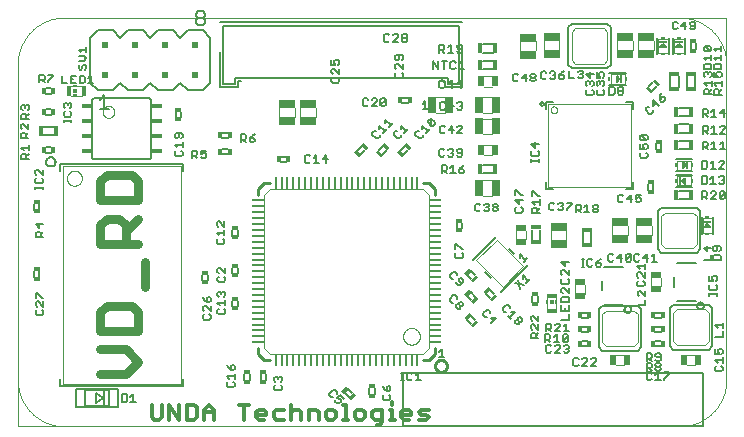
<source format=gto>
G75*
%MOIN*%
%OFA0B0*%
%FSLAX25Y25*%
%IPPOS*%
%LPD*%
%AMOC8*
5,1,8,0,0,1.08239X$1,22.5*
%
%ADD10C,0.00000*%
%ADD11C,0.00600*%
%ADD12C,0.01300*%
%ADD13C,0.03100*%
%ADD14C,0.00394*%
%ADD15R,0.03937X0.00787*%
%ADD16R,0.00787X0.03937*%
%ADD17C,0.00984*%
%ADD18C,0.00197*%
%ADD19C,0.00787*%
%ADD20R,0.01181X0.02362*%
%ADD21R,0.02362X0.01181*%
%ADD22C,0.00500*%
%ADD23R,0.00787X0.05512*%
%ADD24C,0.00400*%
%ADD25R,0.05709X0.02953*%
%ADD26R,0.00787X0.01575*%
%ADD27R,0.00787X0.03150*%
%ADD28R,0.02953X0.05709*%
%ADD29R,0.01969X0.03740*%
%ADD30R,0.01575X0.00787*%
%ADD31R,0.03150X0.00787*%
%ADD32R,0.01600X0.03400*%
%ADD33R,0.03400X0.01600*%
%ADD34R,0.03740X0.01969*%
%ADD35C,0.00200*%
%ADD36R,0.03543X0.01378*%
%ADD37R,0.02000X0.02000*%
%ADD38R,0.01575X0.03543*%
%ADD39R,0.01181X0.00591*%
%ADD40R,0.01181X0.01181*%
%ADD41R,0.03543X0.01575*%
%ADD42R,0.00591X0.01181*%
D10*
X0006118Y0012146D02*
X0006118Y0026320D01*
X0006118Y0027894D02*
X0006118Y0133406D01*
X0006137Y0133787D01*
X0006166Y0134168D01*
X0006204Y0134547D01*
X0006251Y0134926D01*
X0006308Y0135303D01*
X0006374Y0135679D01*
X0006449Y0136053D01*
X0006533Y0136426D01*
X0006627Y0136796D01*
X0006729Y0137163D01*
X0006841Y0137528D01*
X0006961Y0137890D01*
X0007090Y0138249D01*
X0007228Y0138605D01*
X0007374Y0138957D01*
X0007530Y0139306D01*
X0007693Y0139651D01*
X0007865Y0139991D01*
X0008046Y0140328D01*
X0008234Y0140659D01*
X0008431Y0140986D01*
X0008635Y0141309D01*
X0008848Y0141626D01*
X0009068Y0141937D01*
X0009296Y0142243D01*
X0009531Y0142544D01*
X0009773Y0142839D01*
X0010023Y0143127D01*
X0010280Y0143410D01*
X0010543Y0143686D01*
X0010813Y0143955D01*
X0011090Y0144218D01*
X0011373Y0144474D01*
X0011662Y0144723D01*
X0011957Y0144965D01*
X0012258Y0145199D01*
X0012565Y0145426D01*
X0012877Y0145646D01*
X0013195Y0145858D01*
X0013517Y0146061D01*
X0013845Y0146257D01*
X0014177Y0146445D01*
X0014514Y0146625D01*
X0014854Y0146796D01*
X0015200Y0146959D01*
X0015549Y0147113D01*
X0015901Y0147259D01*
X0016257Y0147396D01*
X0016617Y0147525D01*
X0016979Y0147644D01*
X0017344Y0147755D01*
X0017712Y0147856D01*
X0018082Y0147949D01*
X0018455Y0148032D01*
X0018829Y0148106D01*
X0019205Y0148171D01*
X0019582Y0148227D01*
X0019961Y0148274D01*
X0020341Y0148311D01*
X0020722Y0148339D01*
X0021103Y0148358D01*
X0021484Y0148367D01*
X0021866Y0148367D01*
X0227378Y0148367D01*
X0228165Y0148367D02*
X0242339Y0148367D01*
X0242339Y0134194D01*
X0242339Y0132619D02*
X0242339Y0027107D01*
X0242338Y0027107D02*
X0242319Y0026726D01*
X0242290Y0026345D01*
X0242252Y0025966D01*
X0242205Y0025587D01*
X0242148Y0025210D01*
X0242082Y0024834D01*
X0242007Y0024460D01*
X0241923Y0024087D01*
X0241829Y0023717D01*
X0241727Y0023350D01*
X0241615Y0022985D01*
X0241495Y0022623D01*
X0241366Y0022264D01*
X0241228Y0021908D01*
X0241082Y0021556D01*
X0240926Y0021207D01*
X0240763Y0020862D01*
X0240591Y0020522D01*
X0240410Y0020185D01*
X0240222Y0019854D01*
X0240025Y0019527D01*
X0239821Y0019204D01*
X0239608Y0018887D01*
X0239388Y0018576D01*
X0239160Y0018270D01*
X0238925Y0017969D01*
X0238683Y0017674D01*
X0238433Y0017386D01*
X0238176Y0017103D01*
X0237913Y0016827D01*
X0237643Y0016558D01*
X0237366Y0016295D01*
X0237083Y0016039D01*
X0236794Y0015790D01*
X0236499Y0015548D01*
X0236198Y0015314D01*
X0235891Y0015087D01*
X0235579Y0014867D01*
X0235261Y0014655D01*
X0234939Y0014452D01*
X0234611Y0014256D01*
X0234279Y0014068D01*
X0233942Y0013888D01*
X0233602Y0013717D01*
X0233256Y0013554D01*
X0232907Y0013400D01*
X0232555Y0013254D01*
X0232199Y0013117D01*
X0231839Y0012988D01*
X0231477Y0012869D01*
X0231112Y0012758D01*
X0230744Y0012657D01*
X0230374Y0012564D01*
X0230001Y0012481D01*
X0229627Y0012407D01*
X0229251Y0012342D01*
X0228874Y0012286D01*
X0228495Y0012239D01*
X0228115Y0012202D01*
X0227734Y0012174D01*
X0227353Y0012155D01*
X0226972Y0012146D01*
X0226590Y0012146D01*
X0226591Y0012146D02*
X0021079Y0012146D01*
X0006118Y0012146D01*
X0021079Y0012147D02*
X0020698Y0012166D01*
X0020317Y0012195D01*
X0019938Y0012233D01*
X0019559Y0012280D01*
X0019182Y0012337D01*
X0018806Y0012403D01*
X0018432Y0012478D01*
X0018059Y0012562D01*
X0017689Y0012656D01*
X0017322Y0012758D01*
X0016957Y0012870D01*
X0016595Y0012990D01*
X0016236Y0013119D01*
X0015880Y0013257D01*
X0015528Y0013403D01*
X0015179Y0013559D01*
X0014834Y0013722D01*
X0014494Y0013894D01*
X0014157Y0014075D01*
X0013826Y0014263D01*
X0013499Y0014460D01*
X0013176Y0014664D01*
X0012859Y0014877D01*
X0012548Y0015097D01*
X0012242Y0015325D01*
X0011941Y0015560D01*
X0011646Y0015802D01*
X0011358Y0016052D01*
X0011075Y0016309D01*
X0010799Y0016572D01*
X0010530Y0016842D01*
X0010267Y0017119D01*
X0010011Y0017402D01*
X0009762Y0017691D01*
X0009520Y0017986D01*
X0009286Y0018287D01*
X0009059Y0018594D01*
X0008839Y0018906D01*
X0008627Y0019224D01*
X0008424Y0019546D01*
X0008228Y0019874D01*
X0008040Y0020206D01*
X0007860Y0020543D01*
X0007689Y0020883D01*
X0007526Y0021229D01*
X0007372Y0021578D01*
X0007226Y0021930D01*
X0007089Y0022286D01*
X0006960Y0022646D01*
X0006841Y0023008D01*
X0006730Y0023373D01*
X0006629Y0023741D01*
X0006536Y0024111D01*
X0006453Y0024484D01*
X0006379Y0024858D01*
X0006314Y0025234D01*
X0006258Y0025611D01*
X0006211Y0025990D01*
X0006174Y0026370D01*
X0006146Y0026751D01*
X0006127Y0027132D01*
X0006118Y0027513D01*
X0006118Y0027895D01*
X0227378Y0148367D02*
X0227759Y0148348D01*
X0228140Y0148319D01*
X0228519Y0148281D01*
X0228898Y0148234D01*
X0229275Y0148177D01*
X0229651Y0148111D01*
X0230025Y0148036D01*
X0230398Y0147952D01*
X0230768Y0147858D01*
X0231135Y0147756D01*
X0231500Y0147644D01*
X0231862Y0147524D01*
X0232221Y0147395D01*
X0232577Y0147257D01*
X0232929Y0147111D01*
X0233278Y0146955D01*
X0233623Y0146792D01*
X0233963Y0146620D01*
X0234300Y0146439D01*
X0234631Y0146251D01*
X0234958Y0146054D01*
X0235281Y0145850D01*
X0235598Y0145637D01*
X0235909Y0145417D01*
X0236215Y0145189D01*
X0236516Y0144954D01*
X0236811Y0144712D01*
X0237099Y0144462D01*
X0237382Y0144205D01*
X0237658Y0143942D01*
X0237927Y0143672D01*
X0238190Y0143395D01*
X0238446Y0143112D01*
X0238695Y0142823D01*
X0238937Y0142528D01*
X0239171Y0142227D01*
X0239398Y0141920D01*
X0239618Y0141608D01*
X0239830Y0141290D01*
X0240033Y0140968D01*
X0240229Y0140640D01*
X0240417Y0140308D01*
X0240597Y0139971D01*
X0240768Y0139631D01*
X0240931Y0139285D01*
X0241085Y0138936D01*
X0241231Y0138584D01*
X0241368Y0138228D01*
X0241497Y0137868D01*
X0241616Y0137506D01*
X0241727Y0137141D01*
X0241828Y0136773D01*
X0241921Y0136403D01*
X0242004Y0136030D01*
X0242078Y0135656D01*
X0242143Y0135280D01*
X0242199Y0134903D01*
X0242246Y0134524D01*
X0242283Y0134144D01*
X0242311Y0133763D01*
X0242330Y0133382D01*
X0242339Y0133001D01*
X0242339Y0132619D01*
D11*
X0240661Y0132581D02*
X0240661Y0131305D01*
X0238109Y0131305D01*
X0238109Y0132581D01*
X0238534Y0133006D01*
X0240235Y0133006D01*
X0240661Y0132581D01*
X0240661Y0134205D02*
X0240661Y0135906D01*
X0240661Y0135056D02*
X0238109Y0135056D01*
X0238959Y0134205D01*
X0237314Y0134205D02*
X0237314Y0135906D01*
X0237314Y0135056D02*
X0234762Y0135056D01*
X0235613Y0134205D01*
X0235188Y0133006D02*
X0234762Y0132581D01*
X0234762Y0131305D01*
X0237314Y0131305D01*
X0237314Y0132581D01*
X0236889Y0133006D01*
X0235188Y0133006D01*
X0235325Y0130283D02*
X0235751Y0130283D01*
X0236176Y0129857D01*
X0236601Y0130283D01*
X0237027Y0130283D01*
X0237452Y0129857D01*
X0237452Y0129007D01*
X0237027Y0128582D01*
X0238168Y0128542D02*
X0239444Y0128542D01*
X0239019Y0129392D01*
X0239019Y0129818D01*
X0239444Y0130243D01*
X0240294Y0130243D01*
X0240720Y0129818D01*
X0240720Y0128967D01*
X0240294Y0128542D01*
X0240720Y0127343D02*
X0240720Y0125642D01*
X0240720Y0126492D02*
X0238168Y0126492D01*
X0239019Y0125642D01*
X0239444Y0124443D02*
X0239869Y0124017D01*
X0239869Y0122742D01*
X0239869Y0123592D02*
X0240720Y0124443D01*
X0239444Y0124443D02*
X0238593Y0124443D01*
X0238168Y0124017D01*
X0238168Y0122742D01*
X0240720Y0122742D01*
X0237452Y0122781D02*
X0234900Y0122781D01*
X0234900Y0124057D01*
X0235325Y0124483D01*
X0236176Y0124483D01*
X0236601Y0124057D01*
X0236601Y0122781D01*
X0236601Y0123632D02*
X0237452Y0124483D01*
X0237452Y0125681D02*
X0237452Y0127383D01*
X0237452Y0126532D02*
X0234900Y0126532D01*
X0235751Y0125681D01*
X0235325Y0128582D02*
X0234900Y0129007D01*
X0234900Y0129857D01*
X0235325Y0130283D01*
X0236176Y0129857D02*
X0236176Y0129432D01*
X0238168Y0130243D02*
X0238168Y0128542D01*
X0231929Y0128808D02*
X0231929Y0125406D01*
X0229126Y0125406D02*
X0229126Y0128808D01*
X0226417Y0128808D02*
X0226417Y0125406D01*
X0223614Y0125406D02*
X0223614Y0128808D01*
X0219235Y0125591D02*
X0217871Y0124226D01*
X0216623Y0125474D02*
X0217988Y0126838D01*
X0220394Y0123114D02*
X0220093Y0122212D01*
X0220093Y0121009D01*
X0220996Y0121911D01*
X0221597Y0121911D01*
X0221898Y0121610D01*
X0221898Y0121009D01*
X0221296Y0120407D01*
X0220695Y0120407D01*
X0220093Y0121009D01*
X0219246Y0120161D02*
X0218043Y0118958D01*
X0218043Y0120762D01*
X0219847Y0118958D01*
X0217796Y0117509D02*
X0217796Y0116907D01*
X0217195Y0116306D01*
X0216593Y0116306D01*
X0215391Y0117509D01*
X0215391Y0118110D01*
X0215992Y0118712D01*
X0216593Y0118712D01*
X0207975Y0123108D02*
X0207550Y0122683D01*
X0206699Y0122683D01*
X0206274Y0123108D01*
X0206274Y0123533D01*
X0206699Y0123958D01*
X0207550Y0123958D01*
X0207975Y0123533D01*
X0207975Y0123108D01*
X0207550Y0123958D02*
X0207975Y0124384D01*
X0207975Y0124809D01*
X0207550Y0125234D01*
X0206699Y0125234D01*
X0206274Y0124809D01*
X0206274Y0124384D01*
X0206699Y0123958D01*
X0205075Y0123108D02*
X0205075Y0124809D01*
X0204650Y0125234D01*
X0203374Y0125234D01*
X0203374Y0122683D01*
X0204650Y0122683D01*
X0205075Y0123108D01*
X0201606Y0123029D02*
X0201606Y0123880D01*
X0201180Y0124305D01*
X0201180Y0125504D02*
X0201606Y0125929D01*
X0201606Y0126780D01*
X0201180Y0127205D01*
X0200755Y0127205D01*
X0200330Y0126780D01*
X0200330Y0126354D01*
X0200330Y0126780D02*
X0199904Y0127205D01*
X0199479Y0127205D01*
X0199054Y0126780D01*
X0199054Y0125929D01*
X0199479Y0125504D01*
X0199479Y0124305D02*
X0199054Y0123880D01*
X0199054Y0123029D01*
X0199479Y0122604D01*
X0201180Y0122604D01*
X0201606Y0123029D01*
X0198062Y0123029D02*
X0198062Y0123880D01*
X0197637Y0124305D01*
X0197637Y0125504D02*
X0198062Y0125929D01*
X0198062Y0126780D01*
X0197637Y0127205D01*
X0197212Y0127205D01*
X0196786Y0126780D01*
X0196786Y0126354D01*
X0196786Y0126780D02*
X0196361Y0127205D01*
X0195936Y0127205D01*
X0195510Y0126780D01*
X0195510Y0125929D01*
X0195936Y0125504D01*
X0195936Y0124305D02*
X0195510Y0123880D01*
X0195510Y0123029D01*
X0195936Y0122604D01*
X0197637Y0122604D01*
X0198062Y0123029D01*
X0199054Y0128404D02*
X0200330Y0128404D01*
X0199904Y0129255D01*
X0199904Y0129680D01*
X0200330Y0130105D01*
X0201180Y0130105D01*
X0201606Y0129680D01*
X0201606Y0128829D01*
X0201180Y0128404D01*
X0199054Y0128404D02*
X0199054Y0130105D01*
X0198062Y0129680D02*
X0195510Y0129680D01*
X0196786Y0128404D01*
X0196786Y0130105D01*
X0194484Y0129896D02*
X0194484Y0130321D01*
X0194059Y0130746D01*
X0193208Y0130746D01*
X0192783Y0130321D01*
X0193633Y0129470D02*
X0194059Y0129470D01*
X0194484Y0129045D01*
X0194484Y0128620D01*
X0194059Y0128194D01*
X0193208Y0128194D01*
X0192783Y0128620D01*
X0191584Y0128194D02*
X0189883Y0128194D01*
X0189883Y0130746D01*
X0188172Y0130471D02*
X0187321Y0130045D01*
X0186471Y0129195D01*
X0187747Y0129195D01*
X0188172Y0128769D01*
X0188172Y0128344D01*
X0187747Y0127919D01*
X0186896Y0127919D01*
X0186471Y0128344D01*
X0186471Y0129195D01*
X0185272Y0129620D02*
X0184847Y0129195D01*
X0185272Y0128769D01*
X0185272Y0128344D01*
X0184847Y0127919D01*
X0183996Y0127919D01*
X0183571Y0128344D01*
X0182372Y0128344D02*
X0181946Y0127919D01*
X0181096Y0127919D01*
X0180671Y0128344D01*
X0180671Y0130045D01*
X0181096Y0130471D01*
X0181946Y0130471D01*
X0182372Y0130045D01*
X0183571Y0130045D02*
X0183996Y0130471D01*
X0184847Y0130471D01*
X0185272Y0130045D01*
X0185272Y0129620D01*
X0184847Y0129195D02*
X0184421Y0129195D01*
X0178723Y0129258D02*
X0178723Y0128833D01*
X0178298Y0128407D01*
X0177447Y0128407D01*
X0177022Y0128833D01*
X0177022Y0129258D01*
X0177447Y0129683D01*
X0178298Y0129683D01*
X0178723Y0129258D01*
X0178298Y0128407D02*
X0178723Y0127982D01*
X0178723Y0127557D01*
X0178298Y0127131D01*
X0177447Y0127131D01*
X0177022Y0127557D01*
X0177022Y0127982D01*
X0177447Y0128407D01*
X0175823Y0128407D02*
X0174122Y0128407D01*
X0175398Y0129683D01*
X0175398Y0127131D01*
X0172923Y0127557D02*
X0172498Y0127131D01*
X0171647Y0127131D01*
X0171222Y0127557D01*
X0171222Y0129258D01*
X0171647Y0129683D01*
X0172498Y0129683D01*
X0172923Y0129258D01*
X0164512Y0131217D02*
X0161110Y0131217D01*
X0161110Y0134020D02*
X0164512Y0134020D01*
X0164512Y0136729D02*
X0161110Y0136729D01*
X0161110Y0139532D02*
X0164512Y0139532D01*
X0154176Y0138844D02*
X0154176Y0137143D01*
X0153751Y0136718D01*
X0152900Y0136718D01*
X0152475Y0137143D01*
X0152900Y0137994D02*
X0154176Y0137994D01*
X0154176Y0138844D02*
X0153751Y0139270D01*
X0152900Y0139270D01*
X0152475Y0138844D01*
X0152475Y0138419D01*
X0152900Y0137994D01*
X0151276Y0136718D02*
X0149575Y0136718D01*
X0150425Y0136718D02*
X0150425Y0139270D01*
X0149575Y0138419D01*
X0148376Y0138844D02*
X0148376Y0137994D01*
X0147950Y0137569D01*
X0146674Y0137569D01*
X0147525Y0137569D02*
X0148376Y0136718D01*
X0146674Y0136718D02*
X0146674Y0139270D01*
X0147950Y0139270D01*
X0148376Y0138844D01*
X0148312Y0133758D02*
X0148312Y0131206D01*
X0146263Y0131206D02*
X0146263Y0133758D01*
X0147462Y0133758D02*
X0149163Y0133758D01*
X0150362Y0133333D02*
X0150362Y0131631D01*
X0150787Y0131206D01*
X0151638Y0131206D01*
X0152063Y0131631D01*
X0153262Y0131206D02*
X0154963Y0131206D01*
X0154113Y0131206D02*
X0154113Y0133758D01*
X0153262Y0132907D01*
X0152063Y0133333D02*
X0151638Y0133758D01*
X0150787Y0133758D01*
X0150362Y0133333D01*
X0146263Y0131206D02*
X0144562Y0133758D01*
X0144562Y0131206D01*
X0147100Y0127459D02*
X0146674Y0127033D01*
X0146674Y0125332D01*
X0147100Y0124907D01*
X0147950Y0124907D01*
X0148376Y0125332D01*
X0149575Y0126183D02*
X0151276Y0126183D01*
X0152475Y0126183D02*
X0154176Y0126183D01*
X0153751Y0124907D02*
X0153751Y0127459D01*
X0152475Y0126183D01*
X0150850Y0124907D02*
X0150850Y0127459D01*
X0149575Y0126183D01*
X0148376Y0127033D02*
X0147950Y0127459D01*
X0147100Y0127459D01*
X0136217Y0121690D02*
X0134287Y0121690D01*
X0134287Y0119926D02*
X0136217Y0119926D01*
X0141064Y0119659D02*
X0141914Y0120510D01*
X0141914Y0117958D01*
X0141064Y0117958D02*
X0142765Y0117958D01*
X0143380Y0114654D02*
X0143982Y0114654D01*
X0143982Y0112248D01*
X0144583Y0112248D01*
X0145185Y0112850D01*
X0145185Y0113451D01*
X0143982Y0114654D01*
X0143380Y0114654D02*
X0142779Y0114053D01*
X0142779Y0113451D01*
X0143982Y0112248D01*
X0143435Y0111100D02*
X0142232Y0109897D01*
X0142833Y0110498D02*
X0141029Y0112303D01*
X0141029Y0111100D01*
X0139880Y0110553D02*
X0139279Y0110553D01*
X0138677Y0109951D01*
X0138677Y0109350D01*
X0139880Y0108147D01*
X0140482Y0108147D01*
X0141083Y0108748D01*
X0141083Y0109350D01*
X0136151Y0111100D02*
X0134948Y0109897D01*
X0135550Y0110498D02*
X0133745Y0112303D01*
X0133745Y0111100D01*
X0132597Y0110553D02*
X0131995Y0110553D01*
X0131394Y0109951D01*
X0131394Y0109350D01*
X0132597Y0108147D01*
X0133198Y0108147D01*
X0133800Y0108748D01*
X0133800Y0109350D01*
X0135114Y0105578D02*
X0133749Y0104214D01*
X0134997Y0102967D02*
X0136361Y0104331D01*
X0129077Y0104331D02*
X0127713Y0102967D01*
X0126466Y0104214D02*
X0127830Y0105578D01*
X0126112Y0108147D02*
X0126713Y0108748D01*
X0126713Y0109350D01*
X0127862Y0109897D02*
X0129065Y0111100D01*
X0128463Y0110498D02*
X0126659Y0112303D01*
X0126659Y0111100D01*
X0125510Y0110553D02*
X0124909Y0110553D01*
X0124307Y0109951D01*
X0124307Y0109350D01*
X0125510Y0108147D01*
X0126112Y0108147D01*
X0121991Y0104331D02*
X0120627Y0102967D01*
X0119379Y0104214D02*
X0120743Y0105578D01*
X0129912Y0111948D02*
X0131115Y0113150D01*
X0130514Y0112549D02*
X0128709Y0114353D01*
X0128709Y0113150D01*
X0128317Y0118883D02*
X0127466Y0118883D01*
X0127041Y0119309D01*
X0128742Y0121010D01*
X0128742Y0119309D01*
X0128317Y0118883D01*
X0127041Y0119309D02*
X0127041Y0121010D01*
X0127466Y0121435D01*
X0128317Y0121435D01*
X0128742Y0121010D01*
X0125842Y0121010D02*
X0125842Y0120584D01*
X0124141Y0118883D01*
X0125842Y0118883D01*
X0125842Y0121010D02*
X0125417Y0121435D01*
X0124566Y0121435D01*
X0124141Y0121010D01*
X0122942Y0121010D02*
X0122517Y0121435D01*
X0121666Y0121435D01*
X0121241Y0121010D01*
X0121241Y0119309D01*
X0121666Y0118883D01*
X0122517Y0118883D01*
X0122942Y0119309D01*
X0113231Y0127151D02*
X0112797Y0126717D01*
X0111062Y0126717D01*
X0110628Y0127151D01*
X0110628Y0128018D01*
X0111062Y0128452D01*
X0111062Y0129663D02*
X0110628Y0130097D01*
X0110628Y0130965D01*
X0111062Y0131398D01*
X0111496Y0131398D01*
X0113231Y0129663D01*
X0113231Y0131398D01*
X0112797Y0132610D02*
X0113231Y0133044D01*
X0113231Y0133911D01*
X0112797Y0134345D01*
X0111930Y0134345D01*
X0111496Y0133911D01*
X0111496Y0133477D01*
X0111930Y0132610D01*
X0110628Y0132610D01*
X0110628Y0134345D01*
X0112797Y0128452D02*
X0113231Y0128018D01*
X0113231Y0127151D01*
X0131888Y0128725D02*
X0132322Y0128292D01*
X0134057Y0128292D01*
X0134491Y0128725D01*
X0134491Y0129593D01*
X0134057Y0130027D01*
X0134491Y0131238D02*
X0132756Y0132973D01*
X0132322Y0132973D01*
X0131888Y0132539D01*
X0131888Y0131672D01*
X0132322Y0131238D01*
X0132322Y0130027D02*
X0131888Y0129593D01*
X0131888Y0128725D01*
X0134491Y0131238D02*
X0134491Y0132973D01*
X0134057Y0134185D02*
X0134491Y0134619D01*
X0134491Y0135486D01*
X0134057Y0135920D01*
X0132322Y0135920D01*
X0131888Y0135486D01*
X0131888Y0134619D01*
X0132322Y0134185D01*
X0132756Y0134185D01*
X0133189Y0134619D01*
X0133189Y0135920D01*
X0132871Y0140281D02*
X0131136Y0140281D01*
X0132871Y0142016D01*
X0132871Y0142449D01*
X0132437Y0142883D01*
X0131570Y0142883D01*
X0131136Y0142449D01*
X0129925Y0142449D02*
X0129491Y0142883D01*
X0128623Y0142883D01*
X0128190Y0142449D01*
X0128190Y0140715D01*
X0128623Y0140281D01*
X0129491Y0140281D01*
X0129925Y0140715D01*
X0134083Y0140715D02*
X0134083Y0141148D01*
X0134516Y0141582D01*
X0135384Y0141582D01*
X0135818Y0141148D01*
X0135818Y0140715D01*
X0135384Y0140281D01*
X0134516Y0140281D01*
X0134083Y0140715D01*
X0134516Y0141582D02*
X0134083Y0142016D01*
X0134083Y0142449D01*
X0134516Y0142883D01*
X0135384Y0142883D01*
X0135818Y0142449D01*
X0135818Y0142016D01*
X0135384Y0141582D01*
X0147238Y0120234D02*
X0146812Y0119809D01*
X0146812Y0118108D01*
X0147238Y0117683D01*
X0148088Y0117683D01*
X0148513Y0118108D01*
X0149712Y0118958D02*
X0151414Y0118958D01*
X0150988Y0117683D02*
X0150988Y0120234D01*
X0149712Y0118958D01*
X0148513Y0119809D02*
X0148088Y0120234D01*
X0147238Y0120234D01*
X0152612Y0119809D02*
X0153038Y0120234D01*
X0153888Y0120234D01*
X0154314Y0119809D01*
X0154314Y0119384D01*
X0153888Y0118958D01*
X0154314Y0118533D01*
X0154314Y0118108D01*
X0153888Y0117683D01*
X0153038Y0117683D01*
X0152612Y0118108D01*
X0153463Y0118958D02*
X0153888Y0118958D01*
X0153888Y0112360D02*
X0153038Y0112360D01*
X0152612Y0111935D01*
X0153888Y0112360D02*
X0154314Y0111935D01*
X0154314Y0111510D01*
X0152612Y0109809D01*
X0154314Y0109809D01*
X0151414Y0111084D02*
X0149712Y0111084D01*
X0150988Y0112360D01*
X0150988Y0109809D01*
X0148513Y0110234D02*
X0148088Y0109809D01*
X0147238Y0109809D01*
X0146812Y0110234D01*
X0146812Y0111935D01*
X0147238Y0112360D01*
X0148088Y0112360D01*
X0148513Y0111935D01*
X0147950Y0104624D02*
X0147100Y0104624D01*
X0146674Y0104199D01*
X0146674Y0102498D01*
X0147100Y0102072D01*
X0147950Y0102072D01*
X0148376Y0102498D01*
X0149575Y0102498D02*
X0150000Y0102072D01*
X0150850Y0102072D01*
X0151276Y0102498D01*
X0151276Y0102923D01*
X0150850Y0103348D01*
X0150425Y0103348D01*
X0150850Y0103348D02*
X0151276Y0103773D01*
X0151276Y0104199D01*
X0150850Y0104624D01*
X0150000Y0104624D01*
X0149575Y0104199D01*
X0148376Y0104199D02*
X0147950Y0104624D01*
X0152475Y0104199D02*
X0152475Y0103773D01*
X0152900Y0103348D01*
X0154176Y0103348D01*
X0154176Y0102498D02*
X0154176Y0104199D01*
X0153751Y0104624D01*
X0152900Y0104624D01*
X0152475Y0104199D01*
X0152475Y0102498D02*
X0152900Y0102072D01*
X0153751Y0102072D01*
X0154176Y0102498D01*
X0154963Y0099112D02*
X0154113Y0098687D01*
X0153262Y0097836D01*
X0154538Y0097836D01*
X0154963Y0097411D01*
X0154963Y0096986D01*
X0154538Y0096560D01*
X0153687Y0096560D01*
X0153262Y0096986D01*
X0153262Y0097836D01*
X0152063Y0096560D02*
X0150362Y0096560D01*
X0151213Y0096560D02*
X0151213Y0099112D01*
X0150362Y0098262D01*
X0149163Y0098687D02*
X0149163Y0097836D01*
X0148738Y0097411D01*
X0147462Y0097411D01*
X0148312Y0097411D02*
X0149163Y0096560D01*
X0147462Y0096560D02*
X0147462Y0099112D01*
X0148738Y0099112D01*
X0149163Y0098687D01*
X0161110Y0099375D02*
X0164512Y0099375D01*
X0164512Y0096571D02*
X0161110Y0096571D01*
X0171908Y0090913D02*
X0172333Y0090913D01*
X0174035Y0089212D01*
X0174460Y0089212D01*
X0174460Y0087587D02*
X0171908Y0087587D01*
X0173184Y0086311D01*
X0173184Y0088013D01*
X0171908Y0089212D02*
X0171908Y0090913D01*
X0177538Y0090676D02*
X0177538Y0088975D01*
X0177538Y0090676D02*
X0177963Y0090676D01*
X0179664Y0088975D01*
X0180090Y0088975D01*
X0180090Y0087776D02*
X0180090Y0086075D01*
X0180090Y0086925D02*
X0177538Y0086925D01*
X0178389Y0086075D01*
X0178814Y0084876D02*
X0179239Y0084451D01*
X0179239Y0083175D01*
X0179239Y0084025D02*
X0180090Y0084876D01*
X0178814Y0084876D02*
X0177963Y0084876D01*
X0177538Y0084451D01*
X0177538Y0083175D01*
X0180090Y0083175D01*
X0183308Y0084604D02*
X0183308Y0086305D01*
X0183733Y0086730D01*
X0184584Y0086730D01*
X0185009Y0086305D01*
X0186208Y0086305D02*
X0186633Y0086730D01*
X0187484Y0086730D01*
X0187909Y0086305D01*
X0187909Y0085880D01*
X0187484Y0085454D01*
X0187909Y0085029D01*
X0187909Y0084604D01*
X0187484Y0084179D01*
X0186633Y0084179D01*
X0186208Y0084604D01*
X0185009Y0084604D02*
X0184584Y0084179D01*
X0183733Y0084179D01*
X0183308Y0084604D01*
X0187059Y0085454D02*
X0187484Y0085454D01*
X0189108Y0084604D02*
X0189108Y0084179D01*
X0189108Y0084604D02*
X0190809Y0086305D01*
X0190809Y0086730D01*
X0189108Y0086730D01*
X0192107Y0086002D02*
X0193383Y0086002D01*
X0193808Y0085577D01*
X0193808Y0084726D01*
X0193383Y0084301D01*
X0192107Y0084301D01*
X0192958Y0084301D02*
X0193808Y0083450D01*
X0195007Y0083450D02*
X0196708Y0083450D01*
X0195858Y0083450D02*
X0195858Y0086002D01*
X0195007Y0085151D01*
X0197907Y0085151D02*
X0197907Y0085577D01*
X0198333Y0086002D01*
X0199183Y0086002D01*
X0199608Y0085577D01*
X0199608Y0085151D01*
X0199183Y0084726D01*
X0198333Y0084726D01*
X0197907Y0085151D01*
X0198333Y0084726D02*
X0197907Y0084301D01*
X0197907Y0083876D01*
X0198333Y0083450D01*
X0199183Y0083450D01*
X0199608Y0083876D01*
X0199608Y0084301D01*
X0199183Y0084726D01*
X0192107Y0083450D02*
X0192107Y0086002D01*
X0180354Y0077627D02*
X0180354Y0074225D01*
X0177551Y0074225D02*
X0177551Y0077627D01*
X0174035Y0083411D02*
X0172333Y0083411D01*
X0171908Y0083837D01*
X0171908Y0084687D01*
X0172333Y0085112D01*
X0174035Y0085112D02*
X0174460Y0084687D01*
X0174460Y0083837D01*
X0174035Y0083411D01*
X0166125Y0084250D02*
X0165699Y0083824D01*
X0164849Y0083824D01*
X0164423Y0084250D01*
X0164423Y0084675D01*
X0164849Y0085100D01*
X0165699Y0085100D01*
X0166125Y0084675D01*
X0166125Y0084250D01*
X0165699Y0085100D02*
X0166125Y0085525D01*
X0166125Y0085951D01*
X0165699Y0086376D01*
X0164849Y0086376D01*
X0164423Y0085951D01*
X0164423Y0085525D01*
X0164849Y0085100D01*
X0163225Y0084675D02*
X0163225Y0084250D01*
X0162799Y0083824D01*
X0161949Y0083824D01*
X0161523Y0084250D01*
X0160324Y0084250D02*
X0159899Y0083824D01*
X0159049Y0083824D01*
X0158623Y0084250D01*
X0158623Y0085951D01*
X0159049Y0086376D01*
X0159899Y0086376D01*
X0160324Y0085951D01*
X0161523Y0085951D02*
X0161949Y0086376D01*
X0162799Y0086376D01*
X0163225Y0085951D01*
X0163225Y0085525D01*
X0162799Y0085100D01*
X0163225Y0084675D01*
X0162799Y0085100D02*
X0162374Y0085100D01*
X0154244Y0080040D02*
X0154244Y0078111D01*
X0152480Y0078111D02*
X0152480Y0080040D01*
X0152373Y0072815D02*
X0154074Y0071114D01*
X0154499Y0071114D01*
X0154074Y0069915D02*
X0154499Y0069490D01*
X0154499Y0068639D01*
X0154074Y0068214D01*
X0152373Y0068214D01*
X0151947Y0068639D01*
X0151947Y0069490D01*
X0152373Y0069915D01*
X0151947Y0071114D02*
X0151947Y0072815D01*
X0152373Y0072815D01*
X0151955Y0063642D02*
X0151353Y0063642D01*
X0150150Y0062439D01*
X0150150Y0061838D01*
X0150752Y0061236D01*
X0151353Y0061236D01*
X0152201Y0060389D02*
X0152201Y0059787D01*
X0152802Y0059186D01*
X0153404Y0059186D01*
X0154607Y0060389D01*
X0154607Y0060990D01*
X0154005Y0061591D01*
X0153404Y0061591D01*
X0153103Y0061291D01*
X0153103Y0060689D01*
X0154005Y0059787D01*
X0152556Y0062439D02*
X0152556Y0063041D01*
X0151955Y0063642D01*
X0155994Y0062598D02*
X0157358Y0061234D01*
X0158605Y0062482D02*
X0157241Y0063846D01*
X0157241Y0056759D02*
X0158605Y0055395D01*
X0157358Y0054148D02*
X0155994Y0055512D01*
X0154005Y0053717D02*
X0154607Y0053116D01*
X0154607Y0052515D01*
X0154306Y0052214D01*
X0153705Y0052214D01*
X0153103Y0052815D01*
X0153103Y0053417D01*
X0153404Y0053717D01*
X0154005Y0053717D01*
X0153103Y0052815D02*
X0152502Y0052815D01*
X0152201Y0052515D01*
X0152201Y0051913D01*
X0152802Y0051312D01*
X0153404Y0051312D01*
X0153705Y0051612D01*
X0153705Y0052214D01*
X0152556Y0054565D02*
X0152556Y0055167D01*
X0151955Y0055768D01*
X0151353Y0055768D01*
X0150150Y0054565D01*
X0150150Y0053964D01*
X0150752Y0053362D01*
X0151353Y0053362D01*
X0157241Y0048885D02*
X0158605Y0047521D01*
X0157358Y0046274D02*
X0155994Y0047638D01*
X0161174Y0049239D02*
X0161775Y0048638D01*
X0162377Y0048638D01*
X0161174Y0049239D02*
X0161174Y0049841D01*
X0162377Y0051044D01*
X0162978Y0051044D01*
X0163580Y0050442D01*
X0163580Y0049841D01*
X0163826Y0048392D02*
X0165029Y0047189D01*
X0165630Y0048392D02*
X0163826Y0048392D01*
X0165630Y0048392D02*
X0163826Y0046587D01*
X0169505Y0049068D02*
X0170708Y0047865D01*
X0170107Y0048466D02*
X0171911Y0050271D01*
X0170708Y0050271D01*
X0170161Y0051419D02*
X0170161Y0052021D01*
X0169560Y0052622D01*
X0168958Y0052622D01*
X0167755Y0051419D01*
X0167755Y0050818D01*
X0168357Y0050216D01*
X0168958Y0050216D01*
X0171857Y0047318D02*
X0172157Y0047618D01*
X0172759Y0047618D01*
X0173360Y0047017D01*
X0173360Y0046416D01*
X0173060Y0046115D01*
X0172458Y0046115D01*
X0171857Y0046716D01*
X0171857Y0047318D01*
X0172759Y0047618D02*
X0172759Y0048220D01*
X0173060Y0048521D01*
X0173661Y0048521D01*
X0174262Y0047919D01*
X0174262Y0047318D01*
X0173962Y0047017D01*
X0173360Y0047017D01*
X0177094Y0047769D02*
X0177528Y0047335D01*
X0177094Y0047769D02*
X0177094Y0048637D01*
X0177528Y0049070D01*
X0177961Y0049070D01*
X0179696Y0047335D01*
X0179696Y0049070D01*
X0179696Y0046124D02*
X0179696Y0044389D01*
X0177961Y0046124D01*
X0177528Y0046124D01*
X0177094Y0045690D01*
X0177094Y0044823D01*
X0177528Y0044389D01*
X0177528Y0043177D02*
X0178395Y0043177D01*
X0178829Y0042743D01*
X0178829Y0041442D01*
X0179696Y0041442D02*
X0177094Y0041442D01*
X0177094Y0042743D01*
X0177528Y0043177D01*
X0178829Y0042310D02*
X0179696Y0043177D01*
X0181968Y0042813D02*
X0183269Y0042813D01*
X0183703Y0042379D01*
X0183703Y0041512D01*
X0183269Y0041078D01*
X0181968Y0041078D01*
X0181968Y0040211D02*
X0181968Y0042813D01*
X0182165Y0043754D02*
X0182165Y0046356D01*
X0183466Y0046356D01*
X0183900Y0045923D01*
X0183900Y0045055D01*
X0183466Y0044622D01*
X0182165Y0044622D01*
X0183033Y0044622D02*
X0183900Y0043754D01*
X0185112Y0043754D02*
X0186846Y0045489D01*
X0186846Y0045923D01*
X0186413Y0046356D01*
X0185545Y0046356D01*
X0185112Y0045923D01*
X0187330Y0047742D02*
X0189932Y0047742D01*
X0189932Y0049476D01*
X0189932Y0050688D02*
X0187330Y0050688D01*
X0187330Y0052423D01*
X0187330Y0053635D02*
X0187330Y0054936D01*
X0187764Y0055369D01*
X0189499Y0055369D01*
X0189932Y0054936D01*
X0189932Y0053635D01*
X0187330Y0053635D01*
X0189932Y0052423D02*
X0189932Y0050688D01*
X0188631Y0050688D02*
X0188631Y0051555D01*
X0194130Y0050036D02*
X0196059Y0050036D01*
X0196059Y0048272D02*
X0194130Y0048272D01*
X0194130Y0045312D02*
X0196059Y0045312D01*
X0196059Y0043548D02*
X0194130Y0043548D01*
X0194130Y0040587D02*
X0196059Y0040587D01*
X0196059Y0038823D02*
X0194130Y0038823D01*
X0194700Y0034871D02*
X0194266Y0034438D01*
X0194700Y0034871D02*
X0195567Y0034871D01*
X0196001Y0034438D01*
X0196001Y0034004D01*
X0194266Y0032269D01*
X0196001Y0032269D01*
X0197213Y0032269D02*
X0198948Y0034004D01*
X0198948Y0034438D01*
X0198514Y0034871D01*
X0197646Y0034871D01*
X0197213Y0034438D01*
X0197213Y0032269D02*
X0198948Y0032269D01*
X0193054Y0032703D02*
X0192621Y0032269D01*
X0191753Y0032269D01*
X0191320Y0032703D01*
X0191320Y0034438D01*
X0191753Y0034871D01*
X0192621Y0034871D01*
X0193054Y0034438D01*
X0189793Y0037101D02*
X0189359Y0036668D01*
X0188492Y0036668D01*
X0188058Y0037101D01*
X0188926Y0037969D02*
X0189359Y0037969D01*
X0189793Y0037535D01*
X0189793Y0037101D01*
X0189359Y0037969D02*
X0189793Y0038402D01*
X0189793Y0038836D01*
X0189359Y0039270D01*
X0188492Y0039270D01*
X0188058Y0038836D01*
X0186846Y0038836D02*
X0186413Y0039270D01*
X0185545Y0039270D01*
X0185112Y0038836D01*
X0183900Y0038836D02*
X0183466Y0039270D01*
X0182599Y0039270D01*
X0182165Y0038836D01*
X0182165Y0037101D01*
X0182599Y0036668D01*
X0183466Y0036668D01*
X0183900Y0037101D01*
X0185112Y0036668D02*
X0186846Y0038402D01*
X0186846Y0038836D01*
X0186650Y0040211D02*
X0184915Y0040211D01*
X0185782Y0040211D02*
X0185782Y0042813D01*
X0184915Y0041946D01*
X0185112Y0043754D02*
X0186846Y0043754D01*
X0188058Y0043754D02*
X0189793Y0043754D01*
X0188926Y0043754D02*
X0188926Y0046356D01*
X0188058Y0045489D01*
X0188295Y0042813D02*
X0187861Y0042379D01*
X0187861Y0040645D01*
X0189596Y0042379D01*
X0189596Y0040645D01*
X0189162Y0040211D01*
X0188295Y0040211D01*
X0187861Y0040645D01*
X0183703Y0040211D02*
X0182836Y0041078D01*
X0185112Y0036668D02*
X0186846Y0036668D01*
X0188295Y0042813D02*
X0189162Y0042813D01*
X0189596Y0042379D01*
X0179441Y0053701D02*
X0179441Y0055631D01*
X0177677Y0055631D02*
X0177677Y0053701D01*
X0173552Y0057980D02*
X0172950Y0060987D01*
X0174399Y0061234D02*
X0174399Y0062436D01*
X0176204Y0060632D01*
X0175602Y0060031D02*
X0176805Y0061234D01*
X0174754Y0059183D02*
X0171747Y0059784D01*
X0164904Y0056182D02*
X0163540Y0057546D01*
X0162293Y0056299D02*
X0163657Y0054935D01*
X0174722Y0067009D02*
X0175949Y0068236D01*
X0175335Y0067623D02*
X0173495Y0069463D01*
X0173495Y0068236D01*
X0187262Y0066844D02*
X0188563Y0065543D01*
X0188563Y0067278D01*
X0187262Y0066844D02*
X0189865Y0066844D01*
X0189865Y0064331D02*
X0189865Y0062597D01*
X0188130Y0064331D01*
X0187696Y0064331D01*
X0187262Y0063898D01*
X0187262Y0063030D01*
X0187696Y0062597D01*
X0187696Y0061385D02*
X0187262Y0060951D01*
X0187262Y0060084D01*
X0187696Y0059650D01*
X0189431Y0059650D01*
X0189865Y0060084D01*
X0189865Y0060951D01*
X0189431Y0061385D01*
X0189932Y0058316D02*
X0189932Y0056581D01*
X0188197Y0058316D01*
X0187764Y0058316D01*
X0187330Y0057882D01*
X0187330Y0057015D01*
X0187764Y0056581D01*
X0194070Y0065360D02*
X0194921Y0065360D01*
X0194496Y0065360D02*
X0194496Y0067911D01*
X0194921Y0067911D02*
X0194070Y0067911D01*
X0196004Y0067486D02*
X0196004Y0065785D01*
X0196429Y0065360D01*
X0197280Y0065360D01*
X0197705Y0065785D01*
X0198904Y0065785D02*
X0198904Y0066636D01*
X0200180Y0066636D01*
X0200605Y0066210D01*
X0200605Y0065785D01*
X0200180Y0065360D01*
X0199329Y0065360D01*
X0198904Y0065785D01*
X0198904Y0066636D02*
X0199754Y0067486D01*
X0200605Y0067911D01*
X0202993Y0067478D02*
X0202993Y0069179D01*
X0203418Y0069604D01*
X0204269Y0069604D01*
X0204694Y0069179D01*
X0205893Y0068328D02*
X0207594Y0068328D01*
X0207169Y0067053D02*
X0207169Y0069604D01*
X0205893Y0068328D01*
X0204694Y0067478D02*
X0204269Y0067053D01*
X0203418Y0067053D01*
X0202993Y0067478D01*
X0197705Y0067486D02*
X0197280Y0067911D01*
X0196429Y0067911D01*
X0196004Y0067486D01*
X0197283Y0073438D02*
X0197283Y0076839D01*
X0194480Y0076839D02*
X0194480Y0073438D01*
X0208793Y0069179D02*
X0208793Y0067478D01*
X0210494Y0069179D01*
X0210494Y0067478D01*
X0210069Y0067053D01*
X0209218Y0067053D01*
X0208793Y0067478D01*
X0208793Y0069179D02*
X0209218Y0069604D01*
X0210069Y0069604D01*
X0210494Y0069179D01*
X0211654Y0069179D02*
X0211654Y0067478D01*
X0212080Y0067053D01*
X0212930Y0067053D01*
X0213356Y0067478D01*
X0214554Y0068328D02*
X0215830Y0069604D01*
X0215830Y0067053D01*
X0215129Y0066393D02*
X0215129Y0064658D01*
X0215129Y0065526D02*
X0212527Y0065526D01*
X0213394Y0064658D01*
X0213394Y0063447D02*
X0212961Y0063447D01*
X0212527Y0063013D01*
X0212527Y0062145D01*
X0212961Y0061712D01*
X0212961Y0060500D02*
X0212527Y0060066D01*
X0212527Y0059199D01*
X0212961Y0058765D01*
X0214695Y0058765D01*
X0215129Y0059199D01*
X0215129Y0060066D01*
X0214695Y0060500D01*
X0215129Y0061712D02*
X0213394Y0063447D01*
X0215129Y0063447D02*
X0215129Y0061712D01*
X0215317Y0057298D02*
X0215317Y0055563D01*
X0213583Y0057298D01*
X0213149Y0057298D01*
X0212715Y0056864D01*
X0212715Y0055996D01*
X0213149Y0055563D01*
X0215317Y0054351D02*
X0215317Y0052616D01*
X0212715Y0052616D01*
X0218539Y0050036D02*
X0220469Y0050036D01*
X0220469Y0048272D02*
X0218539Y0048272D01*
X0218539Y0045312D02*
X0220469Y0045312D01*
X0220469Y0043548D02*
X0218539Y0043548D01*
X0218539Y0040587D02*
X0220469Y0040587D01*
X0220469Y0038823D02*
X0218539Y0038823D01*
X0219109Y0036446D02*
X0218676Y0036012D01*
X0218676Y0035579D01*
X0219109Y0035145D01*
X0220410Y0035145D01*
X0220410Y0034278D02*
X0220410Y0036012D01*
X0219977Y0036446D01*
X0219109Y0036446D01*
X0217464Y0036012D02*
X0217464Y0035145D01*
X0217030Y0034711D01*
X0215729Y0034711D01*
X0215729Y0033844D02*
X0215729Y0036446D01*
X0217030Y0036446D01*
X0217464Y0036012D01*
X0216597Y0034711D02*
X0217464Y0033844D01*
X0217030Y0033297D02*
X0217464Y0032863D01*
X0217464Y0031995D01*
X0217030Y0031562D01*
X0215729Y0031562D01*
X0216597Y0031562D02*
X0217464Y0030694D01*
X0217030Y0030147D02*
X0216163Y0030147D01*
X0215729Y0029713D01*
X0215729Y0027978D01*
X0216163Y0027545D01*
X0217030Y0027545D01*
X0217464Y0027978D01*
X0218676Y0027545D02*
X0220410Y0027545D01*
X0219543Y0027545D02*
X0219543Y0030147D01*
X0218676Y0029280D01*
X0217464Y0029713D02*
X0217030Y0030147D01*
X0215729Y0030694D02*
X0215729Y0033297D01*
X0217030Y0033297D01*
X0218676Y0032863D02*
X0218676Y0032429D01*
X0219109Y0031995D01*
X0219977Y0031995D01*
X0220410Y0031562D01*
X0220410Y0031128D01*
X0219977Y0030694D01*
X0219109Y0030694D01*
X0218676Y0031128D01*
X0218676Y0031562D01*
X0219109Y0031995D01*
X0219977Y0031995D02*
X0220410Y0032429D01*
X0220410Y0032863D01*
X0219977Y0033297D01*
X0219109Y0033297D01*
X0218676Y0032863D01*
X0219109Y0033844D02*
X0219977Y0033844D01*
X0220410Y0034278D01*
X0219109Y0033844D02*
X0218676Y0034278D01*
X0221622Y0030147D02*
X0223357Y0030147D01*
X0223357Y0029713D01*
X0221622Y0027978D01*
X0221622Y0027545D01*
X0238511Y0030852D02*
X0238945Y0030419D01*
X0240680Y0030419D01*
X0241113Y0030852D01*
X0241113Y0031720D01*
X0240680Y0032154D01*
X0241113Y0033365D02*
X0241113Y0035100D01*
X0241113Y0034233D02*
X0238511Y0034233D01*
X0239379Y0033365D01*
X0238945Y0032154D02*
X0238511Y0031720D01*
X0238511Y0030852D01*
X0238511Y0036312D02*
X0239812Y0036312D01*
X0239379Y0037179D01*
X0239379Y0037613D01*
X0239812Y0038047D01*
X0240680Y0038047D01*
X0241113Y0037613D01*
X0241113Y0036745D01*
X0240680Y0036312D01*
X0238511Y0036312D02*
X0238511Y0038047D01*
X0238699Y0042079D02*
X0241251Y0042079D01*
X0241251Y0043780D01*
X0241251Y0044979D02*
X0241251Y0046680D01*
X0241251Y0045830D02*
X0238699Y0045830D01*
X0239550Y0044979D01*
X0239176Y0055683D02*
X0239176Y0056551D01*
X0239176Y0056117D02*
X0236573Y0056117D01*
X0236573Y0055683D02*
X0236573Y0056551D01*
X0237007Y0057648D02*
X0238742Y0057648D01*
X0239176Y0058081D01*
X0239176Y0058949D01*
X0238742Y0059383D01*
X0238742Y0060594D02*
X0239176Y0061028D01*
X0239176Y0061895D01*
X0238742Y0062329D01*
X0237874Y0062329D01*
X0237441Y0061895D01*
X0237441Y0061462D01*
X0237874Y0060594D01*
X0236573Y0060594D01*
X0236573Y0062329D01*
X0237007Y0059383D02*
X0236573Y0058949D01*
X0236573Y0058081D01*
X0237007Y0057648D01*
X0237314Y0067564D02*
X0234762Y0067564D01*
X0237314Y0067564D02*
X0237314Y0069266D01*
X0237912Y0068946D02*
X0238337Y0069371D01*
X0240038Y0069371D01*
X0240464Y0068946D01*
X0240464Y0067670D01*
X0237912Y0067670D01*
X0237912Y0068946D01*
X0238337Y0070570D02*
X0238763Y0070570D01*
X0239188Y0070995D01*
X0239188Y0072271D01*
X0240038Y0072271D02*
X0238337Y0072271D01*
X0237912Y0071846D01*
X0237912Y0070995D01*
X0238337Y0070570D01*
X0237314Y0071740D02*
X0234762Y0071740D01*
X0236038Y0070465D01*
X0236038Y0072166D01*
X0240038Y0072271D02*
X0240464Y0071846D01*
X0240464Y0070995D01*
X0240038Y0070570D01*
X0219156Y0067053D02*
X0217455Y0067053D01*
X0218305Y0067053D02*
X0218305Y0069604D01*
X0217455Y0068754D01*
X0216256Y0068328D02*
X0214554Y0068328D01*
X0213356Y0069179D02*
X0212930Y0069604D01*
X0212080Y0069604D01*
X0211654Y0069179D01*
X0212506Y0086797D02*
X0212081Y0087222D01*
X0212506Y0086797D02*
X0213356Y0086797D01*
X0213782Y0087222D01*
X0213782Y0088073D01*
X0213356Y0088498D01*
X0212931Y0088498D01*
X0212081Y0088073D01*
X0212081Y0089348D01*
X0213782Y0089348D01*
X0216260Y0090906D02*
X0216260Y0092835D01*
X0218024Y0092835D02*
X0218024Y0090906D01*
X0210882Y0088073D02*
X0209180Y0088073D01*
X0210456Y0089348D01*
X0210456Y0086797D01*
X0207981Y0087222D02*
X0207556Y0086797D01*
X0206706Y0086797D01*
X0206280Y0087222D01*
X0206280Y0088923D01*
X0206706Y0089348D01*
X0207556Y0089348D01*
X0207981Y0088923D01*
X0213987Y0101679D02*
X0215688Y0101679D01*
X0216113Y0102104D01*
X0216113Y0102954D01*
X0215688Y0103380D01*
X0215688Y0104579D02*
X0216113Y0105004D01*
X0216113Y0105855D01*
X0215688Y0106280D01*
X0214837Y0106280D01*
X0214412Y0105855D01*
X0214412Y0105429D01*
X0214837Y0104579D01*
X0213562Y0104579D01*
X0213562Y0106280D01*
X0213987Y0107479D02*
X0213562Y0107904D01*
X0213562Y0108755D01*
X0213987Y0109180D01*
X0215688Y0107479D01*
X0216113Y0107904D01*
X0216113Y0108755D01*
X0215688Y0109180D01*
X0213987Y0109180D01*
X0213987Y0107479D02*
X0215688Y0107479D01*
X0218819Y0106418D02*
X0218819Y0104489D01*
X0220583Y0104489D02*
X0220583Y0106418D01*
X0213987Y0103380D02*
X0213562Y0102954D01*
X0213562Y0102104D01*
X0213987Y0101679D01*
X0226465Y0104446D02*
X0229866Y0104446D01*
X0229866Y0107249D02*
X0226465Y0107249D01*
X0226465Y0109957D02*
X0229866Y0109957D01*
X0229866Y0112760D02*
X0226465Y0112760D01*
X0226465Y0115469D02*
X0229866Y0115469D01*
X0229866Y0118272D02*
X0226465Y0118272D01*
X0234430Y0117892D02*
X0234430Y0115340D01*
X0234430Y0116191D02*
X0235706Y0116191D01*
X0236131Y0116616D01*
X0236131Y0117466D01*
X0235706Y0117892D01*
X0234430Y0117892D01*
X0235281Y0116191D02*
X0236131Y0115340D01*
X0237330Y0115340D02*
X0239031Y0115340D01*
X0238181Y0115340D02*
X0238181Y0117892D01*
X0237330Y0117041D01*
X0240230Y0116616D02*
X0241931Y0116616D01*
X0241506Y0115340D02*
X0241506Y0117892D01*
X0240230Y0116616D01*
X0240695Y0112301D02*
X0240270Y0111876D01*
X0240695Y0112301D02*
X0241546Y0112301D01*
X0241971Y0111876D01*
X0241971Y0111451D01*
X0240270Y0109749D01*
X0241971Y0109749D01*
X0241081Y0107065D02*
X0241081Y0104513D01*
X0241931Y0104513D02*
X0240230Y0104513D01*
X0239031Y0104513D02*
X0237330Y0104513D01*
X0238181Y0104513D02*
X0238181Y0107065D01*
X0237330Y0106214D01*
X0236131Y0105789D02*
X0235706Y0105364D01*
X0234430Y0105364D01*
X0235281Y0105364D02*
X0236131Y0104513D01*
X0236131Y0105789D02*
X0236131Y0106640D01*
X0235706Y0107065D01*
X0234430Y0107065D01*
X0234430Y0104513D01*
X0234174Y0100628D02*
X0235450Y0100628D01*
X0235875Y0100203D01*
X0235875Y0098502D01*
X0235450Y0098076D01*
X0234174Y0098076D01*
X0234174Y0100628D01*
X0237074Y0099777D02*
X0237925Y0100628D01*
X0237925Y0098076D01*
X0238775Y0098076D02*
X0237074Y0098076D01*
X0239974Y0098076D02*
X0241675Y0099777D01*
X0241675Y0100203D01*
X0241250Y0100628D01*
X0240400Y0100628D01*
X0239974Y0100203D01*
X0239974Y0098076D02*
X0241675Y0098076D01*
X0241211Y0095510D02*
X0240361Y0095510D01*
X0239935Y0095085D01*
X0240786Y0094234D02*
X0241211Y0094234D01*
X0241636Y0093809D01*
X0241636Y0093383D01*
X0241211Y0092958D01*
X0240361Y0092958D01*
X0239935Y0093383D01*
X0238736Y0092958D02*
X0237035Y0092958D01*
X0237886Y0092958D02*
X0237886Y0095510D01*
X0237035Y0094659D01*
X0235836Y0095085D02*
X0235836Y0093383D01*
X0235411Y0092958D01*
X0234135Y0092958D01*
X0234135Y0095510D01*
X0235411Y0095510D01*
X0235836Y0095085D01*
X0235549Y0090451D02*
X0235974Y0090026D01*
X0235974Y0089175D01*
X0235549Y0088750D01*
X0234273Y0088750D01*
X0235123Y0088750D02*
X0235974Y0087899D01*
X0237173Y0087899D02*
X0238874Y0089600D01*
X0238874Y0090026D01*
X0238449Y0090451D01*
X0237598Y0090451D01*
X0237173Y0090026D01*
X0235549Y0090451D02*
X0234273Y0090451D01*
X0234273Y0087899D01*
X0237173Y0087899D02*
X0238874Y0087899D01*
X0240073Y0088324D02*
X0241774Y0090026D01*
X0241774Y0088324D01*
X0241349Y0087899D01*
X0240498Y0087899D01*
X0240073Y0088324D01*
X0240073Y0090026D01*
X0240498Y0090451D01*
X0241349Y0090451D01*
X0241774Y0090026D01*
X0241211Y0094234D02*
X0241636Y0094659D01*
X0241636Y0095085D01*
X0241211Y0095510D01*
X0229866Y0090713D02*
X0226465Y0090713D01*
X0226465Y0087910D02*
X0229866Y0087910D01*
X0240230Y0106214D02*
X0241081Y0107065D01*
X0239071Y0109749D02*
X0237370Y0109749D01*
X0238220Y0109749D02*
X0238220Y0112301D01*
X0237370Y0111451D01*
X0236171Y0111876D02*
X0236171Y0111025D01*
X0235746Y0110600D01*
X0234470Y0110600D01*
X0235320Y0110600D02*
X0236171Y0109749D01*
X0234470Y0109749D02*
X0234470Y0112301D01*
X0235746Y0112301D01*
X0236171Y0111876D01*
X0236889Y0137105D02*
X0235188Y0137105D01*
X0234762Y0137531D01*
X0234762Y0138381D01*
X0235188Y0138806D01*
X0236889Y0137105D01*
X0237314Y0137531D01*
X0237314Y0138381D01*
X0236889Y0138806D01*
X0235188Y0138806D01*
X0238109Y0137956D02*
X0240661Y0137956D01*
X0240661Y0138806D02*
X0240661Y0137105D01*
X0238959Y0137105D02*
X0238109Y0137956D01*
X0232197Y0137953D02*
X0232197Y0139883D01*
X0230433Y0139883D02*
X0230433Y0137953D01*
X0230616Y0144474D02*
X0231467Y0144474D01*
X0231892Y0144899D01*
X0231892Y0146600D01*
X0231467Y0147026D01*
X0230616Y0147026D01*
X0230191Y0146600D01*
X0230191Y0146175D01*
X0230616Y0145750D01*
X0231892Y0145750D01*
X0230616Y0144474D02*
X0230191Y0144899D01*
X0228992Y0145750D02*
X0227291Y0145750D01*
X0228567Y0147026D01*
X0228567Y0144474D01*
X0226092Y0144899D02*
X0225666Y0144474D01*
X0224816Y0144474D01*
X0224391Y0144899D01*
X0224391Y0146600D01*
X0224816Y0147026D01*
X0225666Y0147026D01*
X0226092Y0146600D01*
X0194484Y0129896D02*
X0194059Y0129470D01*
X0178558Y0106776D02*
X0178558Y0105075D01*
X0177282Y0106351D01*
X0179834Y0106351D01*
X0179409Y0103876D02*
X0179834Y0103451D01*
X0179834Y0102600D01*
X0179409Y0102175D01*
X0177707Y0102175D01*
X0177282Y0102600D01*
X0177282Y0103451D01*
X0177707Y0103876D01*
X0177282Y0101092D02*
X0177282Y0100242D01*
X0177282Y0100667D02*
X0179834Y0100667D01*
X0179834Y0100242D02*
X0179834Y0101092D01*
X0109451Y0101262D02*
X0107750Y0101262D01*
X0109026Y0102537D01*
X0109026Y0099986D01*
X0106551Y0099986D02*
X0104850Y0099986D01*
X0105700Y0099986D02*
X0105700Y0102537D01*
X0104850Y0101687D01*
X0103651Y0102112D02*
X0103225Y0102537D01*
X0102375Y0102537D01*
X0101950Y0102112D01*
X0101950Y0100411D01*
X0102375Y0099986D01*
X0103225Y0099986D01*
X0103651Y0100411D01*
X0095665Y0100241D02*
X0093736Y0100241D01*
X0093736Y0102005D02*
X0095665Y0102005D01*
X0085094Y0107301D02*
X0085094Y0107726D01*
X0084669Y0108151D01*
X0083393Y0108151D01*
X0083393Y0107301D01*
X0083818Y0106875D01*
X0084669Y0106875D01*
X0085094Y0107301D01*
X0084244Y0109002D02*
X0083393Y0108151D01*
X0082194Y0108151D02*
X0082194Y0109002D01*
X0081769Y0109427D01*
X0080493Y0109427D01*
X0080493Y0106875D01*
X0080493Y0107726D02*
X0081769Y0107726D01*
X0082194Y0108151D01*
X0081344Y0107726D02*
X0082194Y0106875D01*
X0084244Y0109002D02*
X0085094Y0109427D01*
X0076177Y0110075D02*
X0074248Y0110075D01*
X0074248Y0108312D02*
X0076177Y0108312D01*
X0076177Y0104564D02*
X0074248Y0104564D01*
X0074248Y0102800D02*
X0076177Y0102800D01*
X0068940Y0102758D02*
X0068940Y0101907D01*
X0068514Y0101482D01*
X0067664Y0101482D01*
X0067238Y0101907D01*
X0067238Y0102758D02*
X0068089Y0103183D01*
X0068514Y0103183D01*
X0068940Y0102758D01*
X0068940Y0104034D02*
X0067238Y0104034D01*
X0067238Y0102758D01*
X0066040Y0102758D02*
X0065614Y0102332D01*
X0064338Y0102332D01*
X0064338Y0101482D02*
X0064338Y0104034D01*
X0065614Y0104034D01*
X0066040Y0103608D01*
X0066040Y0102758D01*
X0065189Y0102332D02*
X0066040Y0101482D01*
X0061074Y0102734D02*
X0061074Y0103585D01*
X0060649Y0104010D01*
X0061074Y0105209D02*
X0061074Y0106910D01*
X0061074Y0106060D02*
X0058522Y0106060D01*
X0059373Y0105209D01*
X0058948Y0104010D02*
X0058522Y0103585D01*
X0058522Y0102734D01*
X0058948Y0102309D01*
X0060649Y0102309D01*
X0061074Y0102734D01*
X0060649Y0108109D02*
X0061074Y0108534D01*
X0061074Y0109385D01*
X0060649Y0109810D01*
X0058948Y0109810D01*
X0058522Y0109385D01*
X0058522Y0108534D01*
X0058948Y0108109D01*
X0059373Y0108109D01*
X0059798Y0108534D01*
X0059798Y0109810D01*
X0060543Y0115119D02*
X0060543Y0117048D01*
X0058780Y0117048D02*
X0058780Y0115119D01*
X0050606Y0115197D02*
X0050606Y0117520D01*
X0050606Y0120158D02*
X0050606Y0120571D01*
X0050606Y0102068D01*
X0050606Y0102560D01*
X0050606Y0102107D02*
X0050604Y0102045D01*
X0050598Y0101984D01*
X0050589Y0101923D01*
X0050575Y0101862D01*
X0050558Y0101803D01*
X0050537Y0101745D01*
X0050512Y0101688D01*
X0050484Y0101633D01*
X0050453Y0101580D01*
X0050418Y0101529D01*
X0050380Y0101480D01*
X0050339Y0101433D01*
X0050296Y0101390D01*
X0050249Y0101349D01*
X0050200Y0101311D01*
X0050149Y0101276D01*
X0050096Y0101245D01*
X0050041Y0101217D01*
X0049984Y0101192D01*
X0049926Y0101171D01*
X0049867Y0101154D01*
X0049806Y0101140D01*
X0049745Y0101131D01*
X0049684Y0101125D01*
X0049622Y0101123D01*
X0031906Y0101123D01*
X0031844Y0101125D01*
X0031783Y0101131D01*
X0031722Y0101140D01*
X0031661Y0101154D01*
X0031602Y0101171D01*
X0031544Y0101192D01*
X0031487Y0101217D01*
X0031432Y0101245D01*
X0031379Y0101276D01*
X0031328Y0101311D01*
X0031279Y0101349D01*
X0031232Y0101390D01*
X0031189Y0101433D01*
X0031148Y0101480D01*
X0031110Y0101529D01*
X0031075Y0101580D01*
X0031044Y0101633D01*
X0031016Y0101688D01*
X0030991Y0101745D01*
X0030970Y0101803D01*
X0030953Y0101862D01*
X0030939Y0101923D01*
X0030930Y0101984D01*
X0030924Y0102045D01*
X0030922Y0102107D01*
X0030921Y0102068D02*
X0030921Y0120571D01*
X0030921Y0120158D01*
X0030922Y0120611D02*
X0030924Y0120673D01*
X0030930Y0120734D01*
X0030939Y0120795D01*
X0030953Y0120856D01*
X0030970Y0120915D01*
X0030991Y0120973D01*
X0031016Y0121030D01*
X0031044Y0121085D01*
X0031075Y0121138D01*
X0031110Y0121189D01*
X0031148Y0121238D01*
X0031189Y0121285D01*
X0031232Y0121328D01*
X0031279Y0121369D01*
X0031328Y0121407D01*
X0031379Y0121442D01*
X0031432Y0121473D01*
X0031487Y0121501D01*
X0031544Y0121526D01*
X0031602Y0121547D01*
X0031661Y0121564D01*
X0031722Y0121578D01*
X0031783Y0121587D01*
X0031844Y0121593D01*
X0031906Y0121595D01*
X0031945Y0121595D02*
X0049622Y0121595D01*
X0049684Y0121593D01*
X0049745Y0121587D01*
X0049806Y0121578D01*
X0049867Y0121564D01*
X0049926Y0121547D01*
X0049984Y0121526D01*
X0050041Y0121501D01*
X0050096Y0121473D01*
X0050149Y0121442D01*
X0050200Y0121407D01*
X0050249Y0121369D01*
X0050296Y0121328D01*
X0050339Y0121285D01*
X0050380Y0121238D01*
X0050418Y0121189D01*
X0050453Y0121138D01*
X0050484Y0121085D01*
X0050512Y0121030D01*
X0050537Y0120973D01*
X0050558Y0120915D01*
X0050575Y0120856D01*
X0050589Y0120795D01*
X0050598Y0120734D01*
X0050604Y0120673D01*
X0050606Y0120611D01*
X0052713Y0124194D02*
X0050213Y0126694D01*
X0047713Y0124194D01*
X0042713Y0124194D01*
X0040213Y0126694D01*
X0037713Y0124194D01*
X0032713Y0124194D01*
X0030213Y0126694D01*
X0030213Y0141694D01*
X0032713Y0144194D01*
X0037713Y0144194D01*
X0040213Y0141694D01*
X0042713Y0144194D01*
X0047713Y0144194D01*
X0050213Y0141694D01*
X0052713Y0144194D01*
X0057713Y0144194D01*
X0060213Y0141694D01*
X0062713Y0144194D01*
X0067713Y0144194D01*
X0070213Y0141694D01*
X0070213Y0126694D01*
X0067713Y0124194D01*
X0062713Y0124194D01*
X0060213Y0126694D01*
X0057713Y0124194D01*
X0052713Y0124194D01*
X0050606Y0112520D02*
X0050606Y0110197D01*
X0050606Y0107520D02*
X0050606Y0105197D01*
X0030921Y0105197D02*
X0030921Y0107560D01*
X0030921Y0110197D02*
X0030921Y0112560D01*
X0030921Y0115197D02*
X0030921Y0117520D01*
X0023989Y0116679D02*
X0023989Y0115829D01*
X0023564Y0115403D01*
X0021863Y0115403D01*
X0021438Y0115829D01*
X0021438Y0116679D01*
X0021863Y0117105D01*
X0021863Y0118303D02*
X0021438Y0118729D01*
X0021438Y0119579D01*
X0021863Y0120005D01*
X0022288Y0120005D01*
X0022713Y0119579D01*
X0023139Y0120005D01*
X0023564Y0120005D01*
X0023989Y0119579D01*
X0023989Y0118729D01*
X0023564Y0118303D01*
X0023564Y0117105D02*
X0023989Y0116679D01*
X0022713Y0119154D02*
X0022713Y0119579D01*
X0017319Y0117753D02*
X0015390Y0117753D01*
X0015390Y0115989D02*
X0017319Y0115989D01*
X0018055Y0111973D02*
X0014654Y0111973D01*
X0014654Y0109170D02*
X0018055Y0109170D01*
X0017319Y0105154D02*
X0015390Y0105154D01*
X0015390Y0103390D02*
X0017319Y0103390D01*
X0014480Y0097721D02*
X0014480Y0096020D01*
X0012778Y0097721D01*
X0012353Y0097721D01*
X0011928Y0097296D01*
X0011928Y0096445D01*
X0012353Y0096020D01*
X0012353Y0094821D02*
X0011928Y0094396D01*
X0011928Y0093545D01*
X0012353Y0093120D01*
X0014054Y0093120D01*
X0014480Y0093545D01*
X0014480Y0094396D01*
X0014054Y0094821D01*
X0014480Y0092037D02*
X0014480Y0091186D01*
X0014480Y0091612D02*
X0011928Y0091612D01*
X0011928Y0092037D02*
X0011928Y0091186D01*
X0011535Y0086339D02*
X0011535Y0084410D01*
X0013299Y0084410D02*
X0013299Y0086339D01*
X0013341Y0079889D02*
X0013341Y0078188D01*
X0012066Y0079464D01*
X0014617Y0079464D01*
X0014617Y0076989D02*
X0013767Y0076138D01*
X0013767Y0076564D02*
X0013767Y0075288D01*
X0014617Y0075288D02*
X0012066Y0075288D01*
X0012066Y0076564D01*
X0012491Y0076989D01*
X0013341Y0076989D01*
X0013767Y0076564D01*
X0013299Y0063898D02*
X0013299Y0061969D01*
X0011535Y0061969D02*
X0011535Y0063898D01*
X0012066Y0056661D02*
X0012491Y0056661D01*
X0014192Y0054960D01*
X0014617Y0054960D01*
X0014617Y0053761D02*
X0014617Y0052059D01*
X0012916Y0053761D01*
X0012491Y0053761D01*
X0012066Y0053335D01*
X0012066Y0052485D01*
X0012491Y0052059D01*
X0012491Y0050861D02*
X0012066Y0050435D01*
X0012066Y0049585D01*
X0012491Y0049159D01*
X0014192Y0049159D01*
X0014617Y0049585D01*
X0014617Y0050435D01*
X0014192Y0050861D01*
X0012066Y0054960D02*
X0012066Y0056661D01*
X0028559Y0024351D02*
X0036433Y0024351D01*
X0036433Y0018839D01*
X0028559Y0018839D01*
X0028559Y0024351D01*
X0032102Y0023170D02*
X0034465Y0021595D01*
X0032102Y0020020D01*
X0032102Y0023170D01*
X0040775Y0022872D02*
X0040775Y0020320D01*
X0042051Y0020320D01*
X0042477Y0020746D01*
X0042477Y0022447D01*
X0042051Y0022872D01*
X0040775Y0022872D01*
X0043675Y0022021D02*
X0044526Y0022872D01*
X0044526Y0020320D01*
X0043675Y0020320D02*
X0045377Y0020320D01*
X0075845Y0025569D02*
X0076270Y0025144D01*
X0077972Y0025144D01*
X0078397Y0025569D01*
X0078397Y0026419D01*
X0077972Y0026845D01*
X0078397Y0028044D02*
X0078397Y0029745D01*
X0078397Y0028894D02*
X0075845Y0028894D01*
X0076696Y0028044D01*
X0076270Y0026845D02*
X0075845Y0026419D01*
X0075845Y0025569D01*
X0081614Y0027717D02*
X0081614Y0029646D01*
X0083378Y0029646D02*
X0083378Y0027717D01*
X0087126Y0027717D02*
X0087126Y0029646D01*
X0088890Y0029646D02*
X0088890Y0027717D01*
X0091593Y0027432D02*
X0091593Y0028283D01*
X0092018Y0028708D01*
X0092444Y0028708D01*
X0092869Y0028283D01*
X0093294Y0028708D01*
X0093720Y0028708D01*
X0094145Y0028283D01*
X0094145Y0027432D01*
X0093720Y0027007D01*
X0093720Y0025808D02*
X0094145Y0025383D01*
X0094145Y0024532D01*
X0093720Y0024107D01*
X0092018Y0024107D01*
X0091593Y0024532D01*
X0091593Y0025383D01*
X0092018Y0025808D01*
X0092018Y0027007D02*
X0091593Y0027432D01*
X0092869Y0027857D02*
X0092869Y0028283D01*
X0078397Y0031369D02*
X0078397Y0032220D01*
X0077972Y0032645D01*
X0077546Y0032645D01*
X0077121Y0032220D01*
X0077121Y0030944D01*
X0077972Y0030944D01*
X0078397Y0031369D01*
X0077121Y0030944D02*
X0076270Y0031794D01*
X0075845Y0032645D01*
X0070019Y0047742D02*
X0070444Y0048167D01*
X0070444Y0049017D01*
X0070019Y0049443D01*
X0070444Y0050642D02*
X0068743Y0052343D01*
X0068318Y0052343D01*
X0067892Y0051918D01*
X0067892Y0051067D01*
X0068318Y0050642D01*
X0068318Y0049443D02*
X0067892Y0049017D01*
X0067892Y0048167D01*
X0068318Y0047742D01*
X0070019Y0047742D01*
X0072695Y0049978D02*
X0073121Y0049553D01*
X0074822Y0049553D01*
X0075247Y0049978D01*
X0075247Y0050829D01*
X0074822Y0051254D01*
X0075247Y0052453D02*
X0075247Y0054154D01*
X0075247Y0053304D02*
X0072695Y0053304D01*
X0073546Y0052453D01*
X0073121Y0051254D02*
X0072695Y0050829D01*
X0072695Y0049978D01*
X0070444Y0050642D02*
X0070444Y0052343D01*
X0070019Y0053542D02*
X0070444Y0053967D01*
X0070444Y0054818D01*
X0070019Y0055243D01*
X0069594Y0055243D01*
X0069168Y0054818D01*
X0069168Y0053542D01*
X0070019Y0053542D01*
X0069168Y0053542D02*
X0068318Y0054392D01*
X0067892Y0055243D01*
X0072695Y0055779D02*
X0072695Y0056629D01*
X0073121Y0057054D01*
X0073546Y0057054D01*
X0073971Y0056629D01*
X0074397Y0057054D01*
X0074822Y0057054D01*
X0075247Y0056629D01*
X0075247Y0055779D01*
X0074822Y0055353D01*
X0073971Y0056204D02*
X0073971Y0056629D01*
X0073121Y0055353D02*
X0072695Y0055779D01*
X0077677Y0054056D02*
X0077677Y0052127D01*
X0079441Y0052127D02*
X0079441Y0054056D01*
X0074822Y0060327D02*
X0075247Y0060752D01*
X0075247Y0061603D01*
X0074822Y0062028D01*
X0075247Y0063227D02*
X0073546Y0064928D01*
X0073121Y0064928D01*
X0072695Y0064503D01*
X0072695Y0063653D01*
X0073121Y0063227D01*
X0073121Y0062028D02*
X0072695Y0061603D01*
X0072695Y0060752D01*
X0073121Y0060327D01*
X0074822Y0060327D01*
X0075247Y0063227D02*
X0075247Y0064928D01*
X0077677Y0065079D02*
X0077677Y0063150D01*
X0079441Y0063150D02*
X0079441Y0065079D01*
X0069402Y0062717D02*
X0069402Y0060788D01*
X0067638Y0060788D02*
X0067638Y0062717D01*
X0072845Y0072938D02*
X0072420Y0073364D01*
X0072420Y0074214D01*
X0072845Y0074640D01*
X0073270Y0075839D02*
X0072420Y0076689D01*
X0074972Y0076689D01*
X0074972Y0075839D02*
X0074972Y0077540D01*
X0074972Y0078739D02*
X0073270Y0080440D01*
X0072845Y0080440D01*
X0072420Y0080015D01*
X0072420Y0079164D01*
X0072845Y0078739D01*
X0074972Y0078739D02*
X0074972Y0080440D01*
X0077677Y0077678D02*
X0077677Y0075749D01*
X0079441Y0075749D02*
X0079441Y0077678D01*
X0074972Y0074214D02*
X0074546Y0074640D01*
X0074972Y0074214D02*
X0074972Y0073364D01*
X0074546Y0072938D01*
X0072845Y0072938D01*
X0030921Y0102186D02*
X0030921Y0102599D01*
X0023989Y0113470D02*
X0023989Y0114321D01*
X0023989Y0113895D02*
X0021438Y0113895D01*
X0021438Y0113470D02*
X0021438Y0114321D01*
X0009893Y0114658D02*
X0007341Y0114658D01*
X0007341Y0115934D01*
X0007766Y0116359D01*
X0008617Y0116359D01*
X0009042Y0115934D01*
X0009042Y0114658D01*
X0009042Y0115508D02*
X0009893Y0116359D01*
X0009468Y0117558D02*
X0009893Y0117983D01*
X0009893Y0118834D01*
X0009468Y0119259D01*
X0009042Y0119259D01*
X0008617Y0118834D01*
X0008617Y0118409D01*
X0008617Y0118834D02*
X0008192Y0119259D01*
X0007766Y0119259D01*
X0007341Y0118834D01*
X0007341Y0117983D01*
X0007766Y0117558D01*
X0007916Y0112973D02*
X0007491Y0112973D01*
X0007066Y0112547D01*
X0007066Y0111697D01*
X0007491Y0111272D01*
X0007491Y0110073D02*
X0008341Y0110073D01*
X0008767Y0109647D01*
X0008767Y0108371D01*
X0009617Y0108371D02*
X0007066Y0108371D01*
X0007066Y0109647D01*
X0007491Y0110073D01*
X0008767Y0109222D02*
X0009617Y0110073D01*
X0009617Y0111272D02*
X0007916Y0112973D01*
X0009617Y0112973D02*
X0009617Y0111272D01*
X0009893Y0105873D02*
X0009893Y0104172D01*
X0009893Y0105023D02*
X0007341Y0105023D01*
X0008192Y0104172D01*
X0008617Y0102973D02*
X0009042Y0102548D01*
X0009042Y0101272D01*
X0009042Y0102123D02*
X0009893Y0102973D01*
X0008617Y0102973D02*
X0007766Y0102973D01*
X0007341Y0102548D01*
X0007341Y0101272D01*
X0009893Y0101272D01*
X0015390Y0123075D02*
X0017319Y0123075D01*
X0017319Y0124839D02*
X0015390Y0124839D01*
X0015068Y0126757D02*
X0014218Y0127608D01*
X0014643Y0127608D02*
X0013367Y0127608D01*
X0013367Y0126757D02*
X0013367Y0129309D01*
X0014643Y0129309D01*
X0015068Y0128884D01*
X0015068Y0128033D01*
X0014643Y0127608D01*
X0016267Y0127183D02*
X0016267Y0126757D01*
X0016267Y0127183D02*
X0017968Y0128884D01*
X0017968Y0129309D01*
X0016267Y0129309D01*
X0020940Y0129034D02*
X0020940Y0126482D01*
X0022641Y0126482D01*
X0023840Y0126482D02*
X0025541Y0126482D01*
X0026740Y0126482D02*
X0028016Y0126482D01*
X0028441Y0126907D01*
X0028441Y0128608D01*
X0028016Y0129034D01*
X0026740Y0129034D01*
X0026740Y0126482D01*
X0024690Y0127758D02*
X0023840Y0127758D01*
X0023840Y0129034D02*
X0023840Y0126482D01*
X0023840Y0129034D02*
X0025541Y0129034D01*
X0026837Y0131029D02*
X0027263Y0131029D01*
X0027688Y0131454D01*
X0027688Y0132305D01*
X0028113Y0132730D01*
X0028538Y0132730D01*
X0028964Y0132305D01*
X0028964Y0131454D01*
X0028538Y0131029D01*
X0026837Y0131029D02*
X0026412Y0131454D01*
X0026412Y0132305D01*
X0026837Y0132730D01*
X0026412Y0133929D02*
X0028113Y0133929D01*
X0028964Y0134780D01*
X0028113Y0135630D01*
X0026412Y0135630D01*
X0027263Y0136829D02*
X0026412Y0137680D01*
X0028964Y0137680D01*
X0028964Y0138530D02*
X0028964Y0136829D01*
X0030491Y0129034D02*
X0030491Y0126482D01*
X0031341Y0126482D02*
X0029640Y0126482D01*
X0029640Y0128183D02*
X0030491Y0129034D01*
X0146542Y0037044D02*
X0147410Y0037912D01*
X0147410Y0035309D01*
X0148277Y0035309D02*
X0146542Y0035309D01*
X0139565Y0030037D02*
X0139565Y0027486D01*
X0138715Y0027486D02*
X0140416Y0027486D01*
X0138715Y0029187D02*
X0139565Y0030037D01*
X0137516Y0029612D02*
X0137091Y0030037D01*
X0136240Y0030037D01*
X0135815Y0029612D01*
X0135815Y0027911D01*
X0136240Y0027486D01*
X0137091Y0027486D01*
X0137516Y0027911D01*
X0134732Y0027486D02*
X0133881Y0027486D01*
X0134307Y0027486D02*
X0134307Y0030037D01*
X0134732Y0030037D02*
X0133881Y0030037D01*
X0129940Y0025558D02*
X0129515Y0025558D01*
X0129089Y0025133D01*
X0129089Y0023857D01*
X0129940Y0023857D01*
X0130365Y0024283D01*
X0130365Y0025133D01*
X0129940Y0025558D01*
X0128239Y0024708D02*
X0129089Y0023857D01*
X0128239Y0024708D02*
X0127814Y0025558D01*
X0125110Y0024922D02*
X0125110Y0022993D01*
X0123346Y0022993D02*
X0123346Y0024922D01*
X0127814Y0022233D02*
X0127814Y0021382D01*
X0128239Y0020957D01*
X0129940Y0020957D01*
X0130365Y0021382D01*
X0130365Y0022233D01*
X0129940Y0022658D01*
X0128239Y0022658D02*
X0127814Y0022233D01*
X0117660Y0023111D02*
X0116296Y0024476D01*
X0115049Y0023228D02*
X0116413Y0021864D01*
X0114750Y0021319D02*
X0113547Y0022522D01*
X0112645Y0021620D01*
X0113547Y0021319D01*
X0113848Y0021018D01*
X0113848Y0020417D01*
X0113246Y0019816D01*
X0112645Y0019816D01*
X0112043Y0020417D01*
X0112043Y0021018D01*
X0111196Y0021866D02*
X0110594Y0021866D01*
X0109993Y0022468D01*
X0109993Y0023069D01*
X0111196Y0024272D01*
X0111797Y0024272D01*
X0112399Y0023671D01*
X0112399Y0023069D01*
D12*
X0114665Y0019375D02*
X0115499Y0019375D01*
X0115499Y0014371D01*
X0114665Y0014371D02*
X0116333Y0014371D01*
X0118532Y0015205D02*
X0118532Y0016873D01*
X0119366Y0017707D01*
X0121034Y0017707D01*
X0121868Y0016873D01*
X0121868Y0015205D01*
X0121034Y0014371D01*
X0119366Y0014371D01*
X0118532Y0015205D01*
X0124332Y0015205D02*
X0125166Y0014371D01*
X0127668Y0014371D01*
X0127668Y0013537D02*
X0127668Y0017707D01*
X0125166Y0017707D01*
X0124332Y0016873D01*
X0124332Y0015205D01*
X0126000Y0012703D02*
X0126834Y0012703D01*
X0127668Y0013537D01*
X0130132Y0014371D02*
X0131800Y0014371D01*
X0130966Y0014371D02*
X0130966Y0017707D01*
X0130132Y0017707D01*
X0130966Y0019375D02*
X0130966Y0020209D01*
X0133999Y0016873D02*
X0134833Y0017707D01*
X0136501Y0017707D01*
X0137335Y0016873D01*
X0137335Y0016039D01*
X0133999Y0016039D01*
X0133999Y0015205D02*
X0133999Y0016873D01*
X0133999Y0015205D02*
X0134833Y0014371D01*
X0136501Y0014371D01*
X0139799Y0014371D02*
X0142301Y0014371D01*
X0143135Y0015205D01*
X0142301Y0016039D01*
X0140633Y0016039D01*
X0139799Y0016873D01*
X0140633Y0017707D01*
X0143135Y0017707D01*
X0112200Y0016873D02*
X0112200Y0015205D01*
X0111367Y0014371D01*
X0109699Y0014371D01*
X0108865Y0015205D01*
X0108865Y0016873D01*
X0109699Y0017707D01*
X0111367Y0017707D01*
X0112200Y0016873D01*
X0106400Y0016873D02*
X0106400Y0014371D01*
X0106400Y0016873D02*
X0105566Y0017707D01*
X0103065Y0017707D01*
X0103065Y0014371D01*
X0100600Y0014371D02*
X0100600Y0016873D01*
X0099766Y0017707D01*
X0098098Y0017707D01*
X0097264Y0016873D01*
X0097264Y0019375D02*
X0097264Y0014371D01*
X0094800Y0014371D02*
X0092298Y0014371D01*
X0091464Y0015205D01*
X0091464Y0016873D01*
X0092298Y0017707D01*
X0094800Y0017707D01*
X0089000Y0016873D02*
X0089000Y0016039D01*
X0085664Y0016039D01*
X0085664Y0016873D02*
X0086498Y0017707D01*
X0088166Y0017707D01*
X0089000Y0016873D01*
X0088166Y0014371D02*
X0086498Y0014371D01*
X0085664Y0015205D01*
X0085664Y0016873D01*
X0083199Y0019375D02*
X0079864Y0019375D01*
X0081532Y0019375D02*
X0081532Y0014371D01*
X0071599Y0014371D02*
X0071599Y0017707D01*
X0069931Y0019375D01*
X0068263Y0017707D01*
X0068263Y0014371D01*
X0068263Y0016873D02*
X0071599Y0016873D01*
X0065799Y0015205D02*
X0065799Y0018541D01*
X0064965Y0019375D01*
X0062463Y0019375D01*
X0062463Y0014371D01*
X0064965Y0014371D01*
X0065799Y0015205D01*
X0059998Y0014371D02*
X0059998Y0019375D01*
X0056663Y0019375D02*
X0059998Y0014371D01*
X0056663Y0014371D02*
X0056663Y0019375D01*
X0054198Y0019375D02*
X0054198Y0015205D01*
X0053364Y0014371D01*
X0051697Y0014371D01*
X0050863Y0015205D01*
X0050863Y0019375D01*
D13*
X0042081Y0029444D02*
X0046300Y0033664D01*
X0042081Y0037884D01*
X0033642Y0037884D01*
X0033642Y0043945D02*
X0033642Y0050274D01*
X0035751Y0052384D01*
X0044191Y0052384D01*
X0046300Y0050274D01*
X0046300Y0043945D01*
X0033642Y0043945D01*
X0048410Y0058445D02*
X0048410Y0066885D01*
X0046300Y0072946D02*
X0033642Y0072946D01*
X0033642Y0079275D01*
X0035751Y0081385D01*
X0039971Y0081385D01*
X0042081Y0079275D01*
X0042081Y0072946D01*
X0042081Y0077166D02*
X0046300Y0081385D01*
X0046300Y0087447D02*
X0046300Y0093776D01*
X0044191Y0095886D01*
X0035751Y0095886D01*
X0033642Y0093776D01*
X0033642Y0087447D01*
X0046300Y0087447D01*
X0042081Y0029444D02*
X0033642Y0029444D01*
D14*
X0088165Y0038209D02*
X0090134Y0036241D01*
X0141315Y0036241D01*
X0143283Y0038209D01*
X0143283Y0089390D01*
X0141315Y0091359D01*
X0090134Y0091359D01*
X0088165Y0089390D01*
X0088165Y0038209D01*
X0134594Y0042146D02*
X0134596Y0042251D01*
X0134602Y0042357D01*
X0134612Y0042461D01*
X0134626Y0042566D01*
X0134644Y0042670D01*
X0134665Y0042773D01*
X0134691Y0042875D01*
X0134721Y0042976D01*
X0134754Y0043076D01*
X0134791Y0043175D01*
X0134832Y0043272D01*
X0134876Y0043367D01*
X0134924Y0043461D01*
X0134976Y0043553D01*
X0135031Y0043643D01*
X0135089Y0043731D01*
X0135151Y0043816D01*
X0135216Y0043899D01*
X0135283Y0043980D01*
X0135354Y0044058D01*
X0135428Y0044133D01*
X0135505Y0044205D01*
X0135584Y0044275D01*
X0135666Y0044341D01*
X0135750Y0044404D01*
X0135837Y0044464D01*
X0135926Y0044521D01*
X0136017Y0044574D01*
X0136109Y0044624D01*
X0136204Y0044670D01*
X0136300Y0044713D01*
X0136398Y0044752D01*
X0136498Y0044787D01*
X0136598Y0044819D01*
X0136700Y0044846D01*
X0136803Y0044870D01*
X0136906Y0044890D01*
X0137010Y0044906D01*
X0137115Y0044918D01*
X0137220Y0044926D01*
X0137325Y0044930D01*
X0137431Y0044930D01*
X0137536Y0044926D01*
X0137641Y0044918D01*
X0137746Y0044906D01*
X0137850Y0044890D01*
X0137953Y0044870D01*
X0138056Y0044846D01*
X0138158Y0044819D01*
X0138258Y0044787D01*
X0138358Y0044752D01*
X0138456Y0044713D01*
X0138552Y0044670D01*
X0138647Y0044624D01*
X0138739Y0044574D01*
X0138830Y0044521D01*
X0138919Y0044464D01*
X0139006Y0044404D01*
X0139090Y0044341D01*
X0139172Y0044275D01*
X0139251Y0044205D01*
X0139328Y0044133D01*
X0139402Y0044058D01*
X0139473Y0043980D01*
X0139540Y0043899D01*
X0139605Y0043816D01*
X0139667Y0043731D01*
X0139725Y0043643D01*
X0139780Y0043553D01*
X0139832Y0043461D01*
X0139880Y0043367D01*
X0139924Y0043272D01*
X0139965Y0043175D01*
X0140002Y0043076D01*
X0140035Y0042976D01*
X0140065Y0042875D01*
X0140091Y0042773D01*
X0140112Y0042670D01*
X0140130Y0042566D01*
X0140144Y0042461D01*
X0140154Y0042357D01*
X0140160Y0042251D01*
X0140162Y0042146D01*
X0140160Y0042041D01*
X0140154Y0041935D01*
X0140144Y0041831D01*
X0140130Y0041726D01*
X0140112Y0041622D01*
X0140091Y0041519D01*
X0140065Y0041417D01*
X0140035Y0041316D01*
X0140002Y0041216D01*
X0139965Y0041117D01*
X0139924Y0041020D01*
X0139880Y0040925D01*
X0139832Y0040831D01*
X0139780Y0040739D01*
X0139725Y0040649D01*
X0139667Y0040561D01*
X0139605Y0040476D01*
X0139540Y0040393D01*
X0139473Y0040312D01*
X0139402Y0040234D01*
X0139328Y0040159D01*
X0139251Y0040087D01*
X0139172Y0040017D01*
X0139090Y0039951D01*
X0139006Y0039888D01*
X0138919Y0039828D01*
X0138830Y0039771D01*
X0138739Y0039718D01*
X0138647Y0039668D01*
X0138552Y0039622D01*
X0138456Y0039579D01*
X0138358Y0039540D01*
X0138258Y0039505D01*
X0138158Y0039473D01*
X0138056Y0039446D01*
X0137953Y0039422D01*
X0137850Y0039402D01*
X0137746Y0039386D01*
X0137641Y0039374D01*
X0137536Y0039366D01*
X0137431Y0039362D01*
X0137325Y0039362D01*
X0137220Y0039366D01*
X0137115Y0039374D01*
X0137010Y0039386D01*
X0136906Y0039402D01*
X0136803Y0039422D01*
X0136700Y0039446D01*
X0136598Y0039473D01*
X0136498Y0039505D01*
X0136398Y0039540D01*
X0136300Y0039579D01*
X0136204Y0039622D01*
X0136109Y0039668D01*
X0136017Y0039718D01*
X0135926Y0039771D01*
X0135837Y0039828D01*
X0135750Y0039888D01*
X0135666Y0039951D01*
X0135584Y0040017D01*
X0135505Y0040087D01*
X0135428Y0040159D01*
X0135354Y0040234D01*
X0135283Y0040312D01*
X0135216Y0040393D01*
X0135151Y0040476D01*
X0135089Y0040561D01*
X0135031Y0040649D01*
X0134976Y0040739D01*
X0134924Y0040831D01*
X0134876Y0040925D01*
X0134832Y0041020D01*
X0134791Y0041117D01*
X0134754Y0041216D01*
X0134721Y0041316D01*
X0134691Y0041417D01*
X0134665Y0041519D01*
X0134644Y0041622D01*
X0134626Y0041726D01*
X0134612Y0041831D01*
X0134602Y0041935D01*
X0134596Y0042041D01*
X0134594Y0042146D01*
D15*
X0145252Y0042146D03*
X0145252Y0040178D03*
X0145252Y0044115D03*
X0145252Y0046083D03*
X0145252Y0048052D03*
X0145252Y0050020D03*
X0145252Y0051989D03*
X0145252Y0053957D03*
X0145252Y0055926D03*
X0145252Y0057894D03*
X0145252Y0059863D03*
X0145252Y0061831D03*
X0145252Y0063800D03*
X0145252Y0065768D03*
X0145252Y0067737D03*
X0145252Y0069705D03*
X0145252Y0071674D03*
X0145252Y0073642D03*
X0145252Y0075611D03*
X0145252Y0077579D03*
X0145252Y0079548D03*
X0145252Y0081516D03*
X0145252Y0083485D03*
X0145252Y0085453D03*
X0145252Y0087422D03*
X0086197Y0087422D03*
X0086197Y0085453D03*
X0086197Y0083485D03*
X0086197Y0081516D03*
X0086197Y0079548D03*
X0086197Y0077579D03*
X0086197Y0075611D03*
X0086197Y0073642D03*
X0086197Y0071674D03*
X0086197Y0069705D03*
X0086197Y0067737D03*
X0086197Y0065768D03*
X0086197Y0063800D03*
X0086197Y0061831D03*
X0086197Y0059863D03*
X0086197Y0057894D03*
X0086197Y0055926D03*
X0086197Y0053957D03*
X0086197Y0051989D03*
X0086197Y0050020D03*
X0086197Y0048052D03*
X0086197Y0046083D03*
X0086197Y0044115D03*
X0086197Y0042146D03*
X0086197Y0040178D03*
D16*
X0092102Y0034272D03*
X0094071Y0034272D03*
X0096039Y0034272D03*
X0098008Y0034272D03*
X0099976Y0034272D03*
X0101945Y0034272D03*
X0103913Y0034272D03*
X0105882Y0034272D03*
X0107850Y0034272D03*
X0109819Y0034272D03*
X0111787Y0034272D03*
X0113756Y0034272D03*
X0115724Y0034272D03*
X0117693Y0034272D03*
X0119661Y0034272D03*
X0121630Y0034272D03*
X0123598Y0034272D03*
X0125567Y0034272D03*
X0127535Y0034272D03*
X0129504Y0034272D03*
X0131472Y0034272D03*
X0133441Y0034272D03*
X0135409Y0034272D03*
X0137378Y0034272D03*
X0139346Y0034272D03*
X0139346Y0093327D03*
X0137378Y0093327D03*
X0135409Y0093327D03*
X0133441Y0093327D03*
X0131472Y0093327D03*
X0129504Y0093327D03*
X0127535Y0093327D03*
X0125567Y0093327D03*
X0123598Y0093327D03*
X0121630Y0093327D03*
X0119661Y0093327D03*
X0117693Y0093327D03*
X0115724Y0093327D03*
X0113756Y0093327D03*
X0111787Y0093327D03*
X0109819Y0093327D03*
X0107850Y0093327D03*
X0105882Y0093327D03*
X0103913Y0093327D03*
X0101945Y0093327D03*
X0099976Y0093327D03*
X0098008Y0093327D03*
X0096039Y0093327D03*
X0094071Y0093327D03*
X0092102Y0093327D03*
D17*
X0090134Y0093327D02*
X0088165Y0093327D01*
X0086197Y0091359D01*
X0086197Y0089390D01*
X0141315Y0093327D02*
X0143283Y0093327D01*
X0145252Y0091359D01*
X0145252Y0089390D01*
X0145252Y0038209D02*
X0145252Y0036241D01*
X0143283Y0034272D01*
X0141315Y0034272D01*
X0145251Y0032304D02*
X0145253Y0032392D01*
X0145259Y0032480D01*
X0145269Y0032568D01*
X0145283Y0032656D01*
X0145300Y0032742D01*
X0145322Y0032828D01*
X0145347Y0032912D01*
X0145377Y0032996D01*
X0145409Y0033078D01*
X0145446Y0033158D01*
X0145486Y0033237D01*
X0145530Y0033314D01*
X0145577Y0033389D01*
X0145627Y0033461D01*
X0145681Y0033532D01*
X0145737Y0033599D01*
X0145797Y0033665D01*
X0145859Y0033727D01*
X0145925Y0033787D01*
X0145992Y0033843D01*
X0146063Y0033897D01*
X0146135Y0033947D01*
X0146210Y0033994D01*
X0146287Y0034038D01*
X0146366Y0034078D01*
X0146446Y0034115D01*
X0146528Y0034147D01*
X0146612Y0034177D01*
X0146696Y0034202D01*
X0146782Y0034224D01*
X0146868Y0034241D01*
X0146956Y0034255D01*
X0147044Y0034265D01*
X0147132Y0034271D01*
X0147220Y0034273D01*
X0147308Y0034271D01*
X0147396Y0034265D01*
X0147484Y0034255D01*
X0147572Y0034241D01*
X0147658Y0034224D01*
X0147744Y0034202D01*
X0147828Y0034177D01*
X0147912Y0034147D01*
X0147994Y0034115D01*
X0148074Y0034078D01*
X0148153Y0034038D01*
X0148230Y0033994D01*
X0148305Y0033947D01*
X0148377Y0033897D01*
X0148448Y0033843D01*
X0148515Y0033787D01*
X0148581Y0033727D01*
X0148643Y0033665D01*
X0148703Y0033599D01*
X0148759Y0033532D01*
X0148813Y0033461D01*
X0148863Y0033389D01*
X0148910Y0033314D01*
X0148954Y0033237D01*
X0148994Y0033158D01*
X0149031Y0033078D01*
X0149063Y0032996D01*
X0149093Y0032912D01*
X0149118Y0032828D01*
X0149140Y0032742D01*
X0149157Y0032656D01*
X0149171Y0032568D01*
X0149181Y0032480D01*
X0149187Y0032392D01*
X0149189Y0032304D01*
X0149187Y0032216D01*
X0149181Y0032128D01*
X0149171Y0032040D01*
X0149157Y0031952D01*
X0149140Y0031866D01*
X0149118Y0031780D01*
X0149093Y0031696D01*
X0149063Y0031612D01*
X0149031Y0031530D01*
X0148994Y0031450D01*
X0148954Y0031371D01*
X0148910Y0031294D01*
X0148863Y0031219D01*
X0148813Y0031147D01*
X0148759Y0031076D01*
X0148703Y0031009D01*
X0148643Y0030943D01*
X0148581Y0030881D01*
X0148515Y0030821D01*
X0148448Y0030765D01*
X0148377Y0030711D01*
X0148305Y0030661D01*
X0148230Y0030614D01*
X0148153Y0030570D01*
X0148074Y0030530D01*
X0147994Y0030493D01*
X0147912Y0030461D01*
X0147828Y0030431D01*
X0147744Y0030406D01*
X0147658Y0030384D01*
X0147572Y0030367D01*
X0147484Y0030353D01*
X0147396Y0030343D01*
X0147308Y0030337D01*
X0147220Y0030335D01*
X0147132Y0030337D01*
X0147044Y0030343D01*
X0146956Y0030353D01*
X0146868Y0030367D01*
X0146782Y0030384D01*
X0146696Y0030406D01*
X0146612Y0030431D01*
X0146528Y0030461D01*
X0146446Y0030493D01*
X0146366Y0030530D01*
X0146287Y0030570D01*
X0146210Y0030614D01*
X0146135Y0030661D01*
X0146063Y0030711D01*
X0145992Y0030765D01*
X0145925Y0030821D01*
X0145859Y0030881D01*
X0145797Y0030943D01*
X0145737Y0031009D01*
X0145681Y0031076D01*
X0145627Y0031147D01*
X0145577Y0031219D01*
X0145530Y0031294D01*
X0145486Y0031371D01*
X0145446Y0031450D01*
X0145409Y0031530D01*
X0145377Y0031612D01*
X0145347Y0031696D01*
X0145322Y0031780D01*
X0145300Y0031866D01*
X0145283Y0031952D01*
X0145269Y0032040D01*
X0145259Y0032128D01*
X0145253Y0032216D01*
X0145251Y0032304D01*
X0090134Y0034272D02*
X0088165Y0034272D01*
X0086197Y0036241D01*
X0086197Y0038209D01*
D18*
X0060449Y0026320D02*
X0021079Y0026320D01*
X0021079Y0098760D01*
X0060449Y0098760D01*
X0060449Y0026320D01*
X0158814Y0067451D02*
X0165774Y0074411D01*
X0174682Y0065503D01*
X0167722Y0058543D01*
X0158814Y0067451D01*
X0182890Y0092068D02*
X0210449Y0092068D01*
X0210449Y0119627D01*
X0182890Y0119627D01*
X0182890Y0092068D01*
X0220685Y0082225D02*
X0220685Y0072776D01*
X0221866Y0071595D01*
X0231315Y0071595D01*
X0232496Y0072776D01*
X0232496Y0082225D01*
X0231315Y0083406D01*
X0221866Y0083406D01*
X0220685Y0082225D01*
X0225803Y0092461D02*
X0225803Y0095611D01*
X0230528Y0095611D01*
X0230528Y0092461D01*
X0225803Y0092461D01*
X0225803Y0097579D02*
X0225803Y0100729D01*
X0230528Y0100729D01*
X0230528Y0097579D01*
X0225803Y0097579D01*
X0234465Y0081438D02*
X0237614Y0081438D01*
X0237614Y0076713D01*
X0234465Y0076713D01*
X0234465Y0081438D01*
X0235252Y0051123D02*
X0225803Y0051123D01*
X0224622Y0049942D01*
X0224622Y0040493D01*
X0225803Y0039312D01*
X0235252Y0039312D01*
X0236433Y0040493D01*
X0236433Y0049942D01*
X0235252Y0051123D01*
X0212811Y0049548D02*
X0212811Y0040099D01*
X0211630Y0038918D01*
X0202181Y0038918D01*
X0201000Y0040099D01*
X0201000Y0049548D01*
X0202181Y0050729D01*
X0211630Y0050729D01*
X0212811Y0049548D01*
X0183744Y0117658D02*
X0183746Y0117725D01*
X0183752Y0117791D01*
X0183762Y0117857D01*
X0183776Y0117922D01*
X0183793Y0117986D01*
X0183815Y0118049D01*
X0183840Y0118111D01*
X0183869Y0118171D01*
X0183902Y0118229D01*
X0183938Y0118286D01*
X0183977Y0118339D01*
X0184019Y0118391D01*
X0184064Y0118440D01*
X0184113Y0118486D01*
X0184163Y0118529D01*
X0184217Y0118569D01*
X0184272Y0118606D01*
X0184330Y0118639D01*
X0184390Y0118669D01*
X0184451Y0118695D01*
X0184514Y0118717D01*
X0184578Y0118736D01*
X0184643Y0118751D01*
X0184708Y0118762D01*
X0184775Y0118769D01*
X0184841Y0118772D01*
X0184908Y0118771D01*
X0184974Y0118766D01*
X0185040Y0118757D01*
X0185106Y0118744D01*
X0185170Y0118727D01*
X0185234Y0118707D01*
X0185296Y0118682D01*
X0185356Y0118654D01*
X0185415Y0118623D01*
X0185472Y0118588D01*
X0185526Y0118549D01*
X0185578Y0118508D01*
X0185628Y0118463D01*
X0185675Y0118416D01*
X0185718Y0118366D01*
X0185759Y0118313D01*
X0185797Y0118258D01*
X0185831Y0118201D01*
X0185862Y0118141D01*
X0185889Y0118080D01*
X0185912Y0118018D01*
X0185932Y0117954D01*
X0185948Y0117890D01*
X0185960Y0117824D01*
X0185968Y0117758D01*
X0185972Y0117691D01*
X0185972Y0117625D01*
X0185968Y0117558D01*
X0185960Y0117492D01*
X0185948Y0117426D01*
X0185932Y0117362D01*
X0185912Y0117298D01*
X0185889Y0117236D01*
X0185862Y0117175D01*
X0185831Y0117115D01*
X0185797Y0117058D01*
X0185759Y0117003D01*
X0185718Y0116950D01*
X0185675Y0116900D01*
X0185628Y0116853D01*
X0185578Y0116808D01*
X0185526Y0116767D01*
X0185472Y0116728D01*
X0185415Y0116693D01*
X0185356Y0116662D01*
X0185296Y0116634D01*
X0185234Y0116609D01*
X0185170Y0116589D01*
X0185106Y0116572D01*
X0185040Y0116559D01*
X0184974Y0116550D01*
X0184908Y0116545D01*
X0184841Y0116544D01*
X0184775Y0116547D01*
X0184708Y0116554D01*
X0184643Y0116565D01*
X0184578Y0116580D01*
X0184514Y0116599D01*
X0184451Y0116621D01*
X0184390Y0116647D01*
X0184330Y0116677D01*
X0184272Y0116710D01*
X0184217Y0116747D01*
X0184163Y0116787D01*
X0184113Y0116830D01*
X0184064Y0116876D01*
X0184019Y0116925D01*
X0183977Y0116977D01*
X0183938Y0117030D01*
X0183902Y0117087D01*
X0183869Y0117145D01*
X0183840Y0117205D01*
X0183815Y0117267D01*
X0183793Y0117330D01*
X0183776Y0117394D01*
X0183762Y0117459D01*
X0183752Y0117525D01*
X0183746Y0117591D01*
X0183744Y0117658D01*
X0203756Y0126320D02*
X0203756Y0129469D01*
X0208480Y0129469D01*
X0208480Y0126320D01*
X0203756Y0126320D01*
X0201394Y0133012D02*
X0202575Y0134194D01*
X0202575Y0143642D01*
X0201394Y0144823D01*
X0191945Y0144823D01*
X0190764Y0143642D01*
X0190764Y0134194D01*
X0191945Y0133012D01*
X0201394Y0133012D01*
X0219701Y0136556D02*
X0219701Y0141280D01*
X0222850Y0141280D01*
X0222850Y0136556D01*
X0219701Y0136556D01*
X0225016Y0136556D02*
X0225016Y0141280D01*
X0228165Y0141280D01*
X0228165Y0136556D01*
X0225016Y0136556D01*
X0022526Y0094823D02*
X0022528Y0094923D01*
X0022534Y0095022D01*
X0022544Y0095121D01*
X0022558Y0095220D01*
X0022576Y0095318D01*
X0022597Y0095415D01*
X0022623Y0095511D01*
X0022653Y0095607D01*
X0022686Y0095701D01*
X0022723Y0095793D01*
X0022763Y0095884D01*
X0022808Y0095973D01*
X0022855Y0096061D01*
X0022907Y0096146D01*
X0022961Y0096230D01*
X0023019Y0096311D01*
X0023080Y0096389D01*
X0023145Y0096466D01*
X0023212Y0096539D01*
X0023282Y0096610D01*
X0023355Y0096678D01*
X0023430Y0096743D01*
X0023508Y0096805D01*
X0023589Y0096863D01*
X0023672Y0096919D01*
X0023757Y0096971D01*
X0023844Y0097020D01*
X0023932Y0097065D01*
X0024023Y0097106D01*
X0024115Y0097144D01*
X0024209Y0097179D01*
X0024304Y0097209D01*
X0024400Y0097236D01*
X0024497Y0097258D01*
X0024595Y0097277D01*
X0024693Y0097292D01*
X0024792Y0097303D01*
X0024891Y0097310D01*
X0024991Y0097313D01*
X0025091Y0097312D01*
X0025190Y0097307D01*
X0025289Y0097298D01*
X0025388Y0097285D01*
X0025486Y0097268D01*
X0025584Y0097247D01*
X0025680Y0097223D01*
X0025776Y0097194D01*
X0025870Y0097162D01*
X0025963Y0097126D01*
X0026055Y0097086D01*
X0026144Y0097043D01*
X0026232Y0096996D01*
X0026318Y0096945D01*
X0026402Y0096892D01*
X0026484Y0096835D01*
X0026563Y0096774D01*
X0026640Y0096711D01*
X0026714Y0096644D01*
X0026785Y0096575D01*
X0026854Y0096503D01*
X0026920Y0096428D01*
X0026983Y0096350D01*
X0027042Y0096270D01*
X0027098Y0096188D01*
X0027151Y0096104D01*
X0027201Y0096017D01*
X0027247Y0095929D01*
X0027289Y0095839D01*
X0027328Y0095747D01*
X0027363Y0095654D01*
X0027395Y0095559D01*
X0027422Y0095463D01*
X0027446Y0095367D01*
X0027466Y0095269D01*
X0027482Y0095171D01*
X0027494Y0095072D01*
X0027502Y0094972D01*
X0027506Y0094873D01*
X0027506Y0094773D01*
X0027502Y0094674D01*
X0027494Y0094574D01*
X0027482Y0094475D01*
X0027466Y0094377D01*
X0027446Y0094279D01*
X0027422Y0094183D01*
X0027395Y0094087D01*
X0027363Y0093992D01*
X0027328Y0093899D01*
X0027289Y0093807D01*
X0027247Y0093717D01*
X0027201Y0093629D01*
X0027151Y0093542D01*
X0027098Y0093458D01*
X0027042Y0093376D01*
X0026983Y0093296D01*
X0026920Y0093218D01*
X0026854Y0093143D01*
X0026785Y0093071D01*
X0026714Y0093002D01*
X0026640Y0092935D01*
X0026563Y0092872D01*
X0026484Y0092811D01*
X0026402Y0092754D01*
X0026318Y0092701D01*
X0026232Y0092650D01*
X0026144Y0092603D01*
X0026055Y0092560D01*
X0025963Y0092520D01*
X0025870Y0092484D01*
X0025776Y0092452D01*
X0025680Y0092423D01*
X0025584Y0092399D01*
X0025486Y0092378D01*
X0025388Y0092361D01*
X0025289Y0092348D01*
X0025190Y0092339D01*
X0025091Y0092334D01*
X0024991Y0092333D01*
X0024891Y0092336D01*
X0024792Y0092343D01*
X0024693Y0092354D01*
X0024595Y0092369D01*
X0024497Y0092388D01*
X0024400Y0092410D01*
X0024304Y0092437D01*
X0024209Y0092467D01*
X0024115Y0092502D01*
X0024023Y0092540D01*
X0023932Y0092581D01*
X0023844Y0092626D01*
X0023757Y0092675D01*
X0023672Y0092727D01*
X0023589Y0092783D01*
X0023508Y0092841D01*
X0023430Y0092903D01*
X0023355Y0092968D01*
X0023282Y0093036D01*
X0023212Y0093107D01*
X0023145Y0093180D01*
X0023080Y0093257D01*
X0023019Y0093335D01*
X0022961Y0093416D01*
X0022907Y0093500D01*
X0022855Y0093585D01*
X0022808Y0093673D01*
X0022763Y0093762D01*
X0022723Y0093853D01*
X0022686Y0093945D01*
X0022653Y0094039D01*
X0022623Y0094135D01*
X0022597Y0094231D01*
X0022576Y0094328D01*
X0022558Y0094426D01*
X0022544Y0094525D01*
X0022534Y0094624D01*
X0022528Y0094723D01*
X0022526Y0094823D01*
D19*
X0020291Y0097186D02*
X0020291Y0099548D01*
X0061236Y0099548D01*
X0061236Y0097186D01*
X0073638Y0125138D02*
X0079543Y0125138D01*
X0079543Y0127107D01*
X0080528Y0127107D01*
X0073638Y0125138D02*
X0073638Y0136949D01*
X0073638Y0146792D02*
X0154346Y0146792D01*
X0154346Y0136949D02*
X0154346Y0125138D01*
X0148441Y0125138D01*
X0148441Y0127107D01*
X0147457Y0127107D01*
X0189583Y0132619D02*
X0190764Y0131438D01*
X0202575Y0131438D01*
X0203756Y0132619D01*
X0203756Y0145217D01*
X0202575Y0146398D01*
X0190764Y0146398D01*
X0189583Y0145217D01*
X0189583Y0132619D01*
X0203362Y0129863D02*
X0208874Y0129863D01*
X0206906Y0127894D02*
X0206709Y0127894D01*
X0205724Y0128879D01*
X0205724Y0126910D01*
X0206709Y0127894D01*
X0208874Y0125926D02*
X0203362Y0125926D01*
X0219307Y0136162D02*
X0219307Y0141674D01*
X0221276Y0139705D02*
X0221276Y0139509D01*
X0220291Y0138524D01*
X0222260Y0138524D01*
X0221276Y0139509D01*
X0225606Y0138524D02*
X0226591Y0139509D01*
X0227575Y0138524D01*
X0225606Y0138524D01*
X0226591Y0139509D02*
X0226591Y0139705D01*
X0228559Y0141674D02*
X0228559Y0136162D01*
X0224622Y0136162D02*
X0224622Y0141674D01*
X0223244Y0141674D02*
X0223244Y0136162D01*
X0225409Y0101123D02*
X0230921Y0101123D01*
X0228953Y0099154D02*
X0228756Y0099154D01*
X0227772Y0100138D01*
X0227772Y0098170D01*
X0228756Y0099154D01*
X0230921Y0097186D02*
X0225409Y0097186D01*
X0225409Y0096005D02*
X0230921Y0096005D01*
X0228559Y0095020D02*
X0228559Y0093052D01*
X0227575Y0094036D01*
X0228559Y0095020D01*
X0227575Y0094036D02*
X0227378Y0094036D01*
X0225409Y0092068D02*
X0230921Y0092068D01*
X0232496Y0084981D02*
X0220685Y0084981D01*
X0219504Y0083800D01*
X0219504Y0071201D01*
X0220685Y0070020D01*
X0232496Y0070020D01*
X0233677Y0071201D01*
X0233677Y0083800D01*
X0232496Y0084981D01*
X0234071Y0081831D02*
X0234071Y0076320D01*
X0238008Y0076320D02*
X0238008Y0081831D01*
X0236039Y0079863D02*
X0236039Y0079666D01*
X0235055Y0078682D01*
X0237024Y0078682D01*
X0236039Y0079666D01*
X0232102Y0066477D02*
X0225803Y0066477D01*
X0225016Y0061753D02*
X0225016Y0058603D01*
X0225803Y0053879D02*
X0232102Y0053879D01*
X0232563Y0052304D02*
X0232565Y0052371D01*
X0232571Y0052437D01*
X0232581Y0052503D01*
X0232595Y0052568D01*
X0232612Y0052632D01*
X0232634Y0052695D01*
X0232659Y0052757D01*
X0232688Y0052817D01*
X0232721Y0052875D01*
X0232757Y0052932D01*
X0232796Y0052985D01*
X0232838Y0053037D01*
X0232883Y0053086D01*
X0232932Y0053132D01*
X0232982Y0053175D01*
X0233036Y0053215D01*
X0233091Y0053252D01*
X0233149Y0053285D01*
X0233209Y0053315D01*
X0233270Y0053341D01*
X0233333Y0053363D01*
X0233397Y0053382D01*
X0233462Y0053397D01*
X0233527Y0053408D01*
X0233594Y0053415D01*
X0233660Y0053418D01*
X0233727Y0053417D01*
X0233793Y0053412D01*
X0233859Y0053403D01*
X0233925Y0053390D01*
X0233989Y0053373D01*
X0234053Y0053353D01*
X0234115Y0053328D01*
X0234175Y0053300D01*
X0234234Y0053269D01*
X0234291Y0053234D01*
X0234345Y0053195D01*
X0234397Y0053154D01*
X0234447Y0053109D01*
X0234494Y0053062D01*
X0234537Y0053012D01*
X0234578Y0052959D01*
X0234616Y0052904D01*
X0234650Y0052847D01*
X0234681Y0052787D01*
X0234708Y0052726D01*
X0234731Y0052664D01*
X0234751Y0052600D01*
X0234767Y0052536D01*
X0234779Y0052470D01*
X0234787Y0052404D01*
X0234791Y0052337D01*
X0234791Y0052271D01*
X0234787Y0052204D01*
X0234779Y0052138D01*
X0234767Y0052072D01*
X0234751Y0052008D01*
X0234731Y0051944D01*
X0234708Y0051882D01*
X0234681Y0051821D01*
X0234650Y0051761D01*
X0234616Y0051704D01*
X0234578Y0051649D01*
X0234537Y0051596D01*
X0234494Y0051546D01*
X0234447Y0051499D01*
X0234397Y0051454D01*
X0234345Y0051413D01*
X0234291Y0051374D01*
X0234234Y0051339D01*
X0234175Y0051308D01*
X0234115Y0051280D01*
X0234053Y0051255D01*
X0233989Y0051235D01*
X0233925Y0051218D01*
X0233859Y0051205D01*
X0233793Y0051196D01*
X0233727Y0051191D01*
X0233660Y0051190D01*
X0233594Y0051193D01*
X0233527Y0051200D01*
X0233462Y0051211D01*
X0233397Y0051226D01*
X0233333Y0051245D01*
X0233270Y0051267D01*
X0233209Y0051293D01*
X0233149Y0051323D01*
X0233091Y0051356D01*
X0233036Y0051393D01*
X0232982Y0051433D01*
X0232932Y0051476D01*
X0232883Y0051522D01*
X0232838Y0051571D01*
X0232796Y0051623D01*
X0232757Y0051676D01*
X0232721Y0051733D01*
X0232688Y0051791D01*
X0232659Y0051851D01*
X0232634Y0051913D01*
X0232612Y0051976D01*
X0232595Y0052040D01*
X0232581Y0052105D01*
X0232571Y0052171D01*
X0232565Y0052237D01*
X0232563Y0052304D01*
X0236433Y0052697D02*
X0237614Y0051516D01*
X0237614Y0038918D01*
X0236433Y0037737D01*
X0224622Y0037737D01*
X0223441Y0038918D01*
X0223441Y0051516D01*
X0224622Y0052697D01*
X0236433Y0052697D01*
X0213992Y0051123D02*
X0213992Y0038524D01*
X0212811Y0037343D01*
X0201000Y0037343D01*
X0199819Y0038524D01*
X0199819Y0051123D01*
X0201000Y0052304D01*
X0212811Y0052304D01*
X0213992Y0051123D01*
X0208351Y0051123D02*
X0208353Y0051190D01*
X0208359Y0051256D01*
X0208369Y0051322D01*
X0208383Y0051387D01*
X0208400Y0051451D01*
X0208422Y0051514D01*
X0208447Y0051576D01*
X0208476Y0051636D01*
X0208509Y0051694D01*
X0208545Y0051751D01*
X0208584Y0051804D01*
X0208626Y0051856D01*
X0208671Y0051905D01*
X0208720Y0051951D01*
X0208770Y0051994D01*
X0208824Y0052034D01*
X0208879Y0052071D01*
X0208937Y0052104D01*
X0208997Y0052134D01*
X0209058Y0052160D01*
X0209121Y0052182D01*
X0209185Y0052201D01*
X0209250Y0052216D01*
X0209315Y0052227D01*
X0209382Y0052234D01*
X0209448Y0052237D01*
X0209515Y0052236D01*
X0209581Y0052231D01*
X0209647Y0052222D01*
X0209713Y0052209D01*
X0209777Y0052192D01*
X0209841Y0052172D01*
X0209903Y0052147D01*
X0209963Y0052119D01*
X0210022Y0052088D01*
X0210079Y0052053D01*
X0210133Y0052014D01*
X0210185Y0051973D01*
X0210235Y0051928D01*
X0210282Y0051881D01*
X0210325Y0051831D01*
X0210366Y0051778D01*
X0210404Y0051723D01*
X0210438Y0051666D01*
X0210469Y0051606D01*
X0210496Y0051545D01*
X0210519Y0051483D01*
X0210539Y0051419D01*
X0210555Y0051355D01*
X0210567Y0051289D01*
X0210575Y0051223D01*
X0210579Y0051156D01*
X0210579Y0051090D01*
X0210575Y0051023D01*
X0210567Y0050957D01*
X0210555Y0050891D01*
X0210539Y0050827D01*
X0210519Y0050763D01*
X0210496Y0050701D01*
X0210469Y0050640D01*
X0210438Y0050580D01*
X0210404Y0050523D01*
X0210366Y0050468D01*
X0210325Y0050415D01*
X0210282Y0050365D01*
X0210235Y0050318D01*
X0210185Y0050273D01*
X0210133Y0050232D01*
X0210079Y0050193D01*
X0210022Y0050158D01*
X0209963Y0050127D01*
X0209903Y0050099D01*
X0209841Y0050074D01*
X0209777Y0050054D01*
X0209713Y0050037D01*
X0209647Y0050024D01*
X0209581Y0050015D01*
X0209515Y0050010D01*
X0209448Y0050009D01*
X0209382Y0050012D01*
X0209315Y0050019D01*
X0209250Y0050030D01*
X0209185Y0050045D01*
X0209121Y0050064D01*
X0209058Y0050086D01*
X0208997Y0050112D01*
X0208937Y0050142D01*
X0208879Y0050175D01*
X0208824Y0050212D01*
X0208770Y0050252D01*
X0208720Y0050295D01*
X0208671Y0050341D01*
X0208626Y0050390D01*
X0208584Y0050442D01*
X0208545Y0050495D01*
X0208509Y0050552D01*
X0208476Y0050610D01*
X0208447Y0050670D01*
X0208422Y0050732D01*
X0208400Y0050795D01*
X0208383Y0050859D01*
X0208369Y0050924D01*
X0208359Y0050990D01*
X0208353Y0051056D01*
X0208351Y0051123D01*
X0207890Y0052697D02*
X0201591Y0052697D01*
X0200803Y0057422D02*
X0200803Y0060571D01*
X0201591Y0065296D02*
X0207890Y0065296D01*
X0176213Y0065920D02*
X0167305Y0057012D01*
X0163766Y0061664D02*
X0161914Y0063516D01*
X0157840Y0067591D02*
X0165634Y0075385D01*
X0169726Y0071294D02*
X0171561Y0069459D01*
X0061236Y0027894D02*
X0061236Y0025532D01*
X0020291Y0025532D01*
X0020291Y0027894D01*
X0015567Y0100335D02*
X0015569Y0100414D01*
X0015575Y0100493D01*
X0015585Y0100572D01*
X0015599Y0100650D01*
X0015616Y0100727D01*
X0015638Y0100803D01*
X0015663Y0100878D01*
X0015693Y0100951D01*
X0015725Y0101023D01*
X0015762Y0101094D01*
X0015802Y0101162D01*
X0015845Y0101228D01*
X0015891Y0101292D01*
X0015941Y0101354D01*
X0015994Y0101413D01*
X0016049Y0101469D01*
X0016108Y0101523D01*
X0016169Y0101573D01*
X0016232Y0101621D01*
X0016298Y0101665D01*
X0016366Y0101706D01*
X0016436Y0101743D01*
X0016507Y0101777D01*
X0016581Y0101807D01*
X0016655Y0101833D01*
X0016731Y0101855D01*
X0016808Y0101874D01*
X0016886Y0101889D01*
X0016964Y0101900D01*
X0017043Y0101907D01*
X0017122Y0101910D01*
X0017201Y0101909D01*
X0017280Y0101904D01*
X0017359Y0101895D01*
X0017437Y0101882D01*
X0017514Y0101865D01*
X0017591Y0101845D01*
X0017666Y0101820D01*
X0017740Y0101792D01*
X0017813Y0101760D01*
X0017883Y0101725D01*
X0017952Y0101686D01*
X0018019Y0101643D01*
X0018084Y0101597D01*
X0018146Y0101549D01*
X0018206Y0101497D01*
X0018263Y0101442D01*
X0018317Y0101384D01*
X0018368Y0101324D01*
X0018416Y0101261D01*
X0018461Y0101196D01*
X0018503Y0101128D01*
X0018541Y0101059D01*
X0018575Y0100988D01*
X0018606Y0100915D01*
X0018634Y0100840D01*
X0018657Y0100765D01*
X0018677Y0100688D01*
X0018693Y0100611D01*
X0018705Y0100532D01*
X0018713Y0100454D01*
X0018717Y0100375D01*
X0018717Y0100295D01*
X0018713Y0100216D01*
X0018705Y0100138D01*
X0018693Y0100059D01*
X0018677Y0099982D01*
X0018657Y0099905D01*
X0018634Y0099830D01*
X0018606Y0099755D01*
X0018575Y0099682D01*
X0018541Y0099611D01*
X0018503Y0099542D01*
X0018461Y0099474D01*
X0018416Y0099409D01*
X0018368Y0099346D01*
X0018317Y0099286D01*
X0018263Y0099228D01*
X0018206Y0099173D01*
X0018146Y0099121D01*
X0018084Y0099073D01*
X0018019Y0099027D01*
X0017952Y0098984D01*
X0017883Y0098945D01*
X0017813Y0098910D01*
X0017740Y0098878D01*
X0017666Y0098850D01*
X0017591Y0098825D01*
X0017514Y0098805D01*
X0017437Y0098788D01*
X0017359Y0098775D01*
X0017280Y0098766D01*
X0017201Y0098761D01*
X0017122Y0098760D01*
X0017043Y0098763D01*
X0016964Y0098770D01*
X0016886Y0098781D01*
X0016808Y0098796D01*
X0016731Y0098815D01*
X0016655Y0098837D01*
X0016581Y0098863D01*
X0016507Y0098893D01*
X0016436Y0098927D01*
X0016366Y0098964D01*
X0016298Y0099005D01*
X0016232Y0099049D01*
X0016169Y0099097D01*
X0016108Y0099147D01*
X0016049Y0099201D01*
X0015994Y0099257D01*
X0015941Y0099316D01*
X0015891Y0099378D01*
X0015845Y0099442D01*
X0015802Y0099508D01*
X0015762Y0099576D01*
X0015725Y0099647D01*
X0015693Y0099719D01*
X0015663Y0099792D01*
X0015638Y0099867D01*
X0015616Y0099943D01*
X0015599Y0100020D01*
X0015585Y0100098D01*
X0015575Y0100177D01*
X0015569Y0100256D01*
X0015567Y0100335D01*
D20*
X0014745Y0104291D03*
X0017945Y0104291D03*
X0017945Y0116890D03*
X0014745Y0116890D03*
X0014764Y0123938D03*
X0017964Y0123938D03*
X0073603Y0109213D03*
X0076803Y0109213D03*
X0076803Y0103701D03*
X0073603Y0103701D03*
X0093110Y0101104D03*
X0096310Y0101104D03*
G36*
X0120826Y0102717D02*
X0119991Y0101882D01*
X0118322Y0103551D01*
X0119157Y0104386D01*
X0120826Y0102717D01*
G37*
G36*
X0123089Y0104980D02*
X0122254Y0104145D01*
X0120585Y0105814D01*
X0121420Y0106649D01*
X0123089Y0104980D01*
G37*
G36*
X0127912Y0102717D02*
X0127077Y0101882D01*
X0125408Y0103551D01*
X0126243Y0104386D01*
X0127912Y0102717D01*
G37*
G36*
X0130175Y0104980D02*
X0129340Y0104145D01*
X0127671Y0105814D01*
X0128506Y0106649D01*
X0130175Y0104980D01*
G37*
G36*
X0135196Y0102717D02*
X0134361Y0101882D01*
X0132692Y0103551D01*
X0133527Y0104386D01*
X0135196Y0102717D01*
G37*
G36*
X0137459Y0104980D02*
X0136624Y0104145D01*
X0134955Y0105814D01*
X0135790Y0106649D01*
X0137459Y0104980D01*
G37*
X0136861Y0120789D03*
X0133661Y0120789D03*
G36*
X0215526Y0124825D02*
X0216361Y0125660D01*
X0218030Y0123991D01*
X0217195Y0123156D01*
X0215526Y0124825D01*
G37*
G36*
X0217788Y0127087D02*
X0218623Y0127922D01*
X0220292Y0126253D01*
X0219457Y0125418D01*
X0217788Y0127087D01*
G37*
G36*
X0155744Y0062399D02*
X0154909Y0063234D01*
X0156578Y0064903D01*
X0157413Y0064068D01*
X0155744Y0062399D01*
G37*
G36*
X0158007Y0060136D02*
X0157172Y0060971D01*
X0158841Y0062640D01*
X0159676Y0061805D01*
X0158007Y0060136D01*
G37*
G36*
X0155744Y0055313D02*
X0154909Y0056148D01*
X0156578Y0057817D01*
X0157413Y0056982D01*
X0155744Y0055313D01*
G37*
G36*
X0158007Y0053050D02*
X0157172Y0053885D01*
X0158841Y0055554D01*
X0159676Y0054719D01*
X0158007Y0053050D01*
G37*
G36*
X0155744Y0047439D02*
X0154909Y0048274D01*
X0156578Y0049943D01*
X0157413Y0049108D01*
X0155744Y0047439D01*
G37*
G36*
X0158007Y0045176D02*
X0157172Y0046011D01*
X0158841Y0047680D01*
X0159676Y0046845D01*
X0158007Y0045176D01*
G37*
G36*
X0165154Y0056382D02*
X0165989Y0055547D01*
X0164320Y0053878D01*
X0163485Y0054713D01*
X0165154Y0056382D01*
G37*
G36*
X0162891Y0058644D02*
X0163726Y0057809D01*
X0162057Y0056140D01*
X0161222Y0056975D01*
X0162891Y0058644D01*
G37*
X0193504Y0049135D03*
X0196704Y0049135D03*
X0196685Y0044449D03*
X0193485Y0044449D03*
X0193504Y0039686D03*
X0196704Y0039686D03*
X0217913Y0039686D03*
X0221113Y0039686D03*
X0221094Y0044449D03*
X0217894Y0044449D03*
X0217913Y0049135D03*
X0221113Y0049135D03*
G36*
X0117062Y0020766D02*
X0116227Y0021601D01*
X0117896Y0023270D01*
X0118731Y0022435D01*
X0117062Y0020766D01*
G37*
G36*
X0114799Y0023029D02*
X0113964Y0023864D01*
X0115633Y0025533D01*
X0116468Y0024698D01*
X0114799Y0023029D01*
G37*
D21*
X0124209Y0022348D03*
X0124209Y0025548D03*
X0087989Y0027072D03*
X0087989Y0030272D03*
X0082477Y0030272D03*
X0082477Y0027072D03*
X0078540Y0051482D03*
X0078540Y0054682D03*
X0068539Y0060162D03*
X0068539Y0063362D03*
X0078540Y0062505D03*
X0078540Y0065705D03*
X0078578Y0075123D03*
X0078578Y0078323D03*
X0059642Y0114474D03*
X0059642Y0117674D03*
X0012398Y0086965D03*
X0012398Y0083765D03*
X0012398Y0064524D03*
X0012398Y0061324D03*
X0153343Y0077466D03*
X0153343Y0080666D03*
X0178540Y0056257D03*
X0178540Y0053057D03*
X0217123Y0090261D03*
X0217123Y0093461D03*
X0219720Y0103863D03*
X0219720Y0107063D03*
X0231296Y0137309D03*
X0231296Y0140509D03*
D22*
X0211236Y0120414D02*
X0208874Y0120414D01*
X0211236Y0120414D02*
X0211236Y0118052D01*
X0184465Y0120414D02*
X0182102Y0120414D01*
X0182102Y0118052D01*
X0180364Y0119627D02*
X0180366Y0119674D01*
X0180372Y0119720D01*
X0180381Y0119766D01*
X0180395Y0119810D01*
X0180412Y0119854D01*
X0180433Y0119895D01*
X0180457Y0119935D01*
X0180484Y0119973D01*
X0180515Y0120008D01*
X0180548Y0120041D01*
X0180584Y0120071D01*
X0180623Y0120097D01*
X0180663Y0120121D01*
X0180705Y0120140D01*
X0180749Y0120157D01*
X0180794Y0120169D01*
X0180840Y0120178D01*
X0180886Y0120183D01*
X0180933Y0120184D01*
X0180979Y0120181D01*
X0181025Y0120174D01*
X0181071Y0120163D01*
X0181115Y0120149D01*
X0181158Y0120131D01*
X0181199Y0120109D01*
X0181239Y0120084D01*
X0181276Y0120056D01*
X0181311Y0120025D01*
X0181343Y0119991D01*
X0181372Y0119954D01*
X0181397Y0119916D01*
X0181420Y0119875D01*
X0181439Y0119832D01*
X0181454Y0119788D01*
X0181466Y0119743D01*
X0181474Y0119697D01*
X0181478Y0119650D01*
X0181478Y0119604D01*
X0181474Y0119557D01*
X0181466Y0119511D01*
X0181454Y0119466D01*
X0181439Y0119422D01*
X0181420Y0119379D01*
X0181397Y0119338D01*
X0181372Y0119300D01*
X0181343Y0119263D01*
X0181311Y0119229D01*
X0181276Y0119198D01*
X0181239Y0119170D01*
X0181200Y0119145D01*
X0181158Y0119123D01*
X0181115Y0119105D01*
X0181071Y0119091D01*
X0181025Y0119080D01*
X0180979Y0119073D01*
X0180933Y0119070D01*
X0180886Y0119071D01*
X0180840Y0119076D01*
X0180794Y0119085D01*
X0180749Y0119097D01*
X0180705Y0119114D01*
X0180663Y0119133D01*
X0180623Y0119157D01*
X0180584Y0119183D01*
X0180548Y0119213D01*
X0180515Y0119246D01*
X0180484Y0119281D01*
X0180457Y0119319D01*
X0180433Y0119359D01*
X0180412Y0119400D01*
X0180395Y0119444D01*
X0180381Y0119488D01*
X0180372Y0119534D01*
X0180366Y0119580D01*
X0180364Y0119627D01*
X0153362Y0126123D02*
X0149425Y0126123D01*
X0149425Y0128091D01*
X0078559Y0128091D01*
X0078559Y0126123D01*
X0074622Y0126123D01*
X0074622Y0145611D01*
X0153362Y0145611D01*
X0153362Y0126320D01*
X0182102Y0093642D02*
X0182102Y0091280D01*
X0184465Y0091280D01*
X0208874Y0091280D02*
X0211236Y0091280D01*
X0211236Y0093642D01*
X0234563Y0029883D02*
X0134563Y0029883D01*
X0134563Y0012383D01*
X0234563Y0012383D01*
X0234563Y0029883D01*
X0068465Y0146694D02*
X0067715Y0145944D01*
X0066213Y0145944D01*
X0065463Y0146694D01*
X0065463Y0147445D01*
X0066213Y0148195D01*
X0067715Y0148195D01*
X0068465Y0147445D01*
X0068465Y0146694D01*
X0067715Y0148195D02*
X0068465Y0148946D01*
X0068465Y0149697D01*
X0067715Y0150447D01*
X0066213Y0150447D01*
X0065463Y0149697D01*
X0065463Y0148946D01*
X0066213Y0148195D01*
X0034964Y0122447D02*
X0034964Y0117944D01*
X0033463Y0117944D02*
X0036465Y0117944D01*
X0033463Y0120946D02*
X0034964Y0122447D01*
X0039496Y0024595D02*
X0025496Y0024595D01*
X0025496Y0018595D01*
X0039496Y0018595D01*
X0039496Y0024595D01*
D23*
X0034858Y0021595D03*
D24*
X0161311Y0089075D02*
X0164311Y0089075D01*
X0164213Y0094272D02*
X0161311Y0094272D01*
X0161409Y0102571D02*
X0164213Y0102571D01*
X0164213Y0105922D02*
X0161409Y0105922D01*
X0161311Y0109548D02*
X0164311Y0109548D01*
X0164213Y0114745D02*
X0161311Y0114745D01*
X0161311Y0116634D02*
X0164311Y0116634D01*
X0164213Y0121831D02*
X0161311Y0121831D01*
X0161409Y0125406D02*
X0164213Y0125406D01*
X0164213Y0128757D02*
X0161409Y0128757D01*
X0148563Y0121831D02*
X0145563Y0121831D01*
X0145661Y0116634D02*
X0148563Y0116634D01*
X0173598Y0137418D02*
X0173598Y0140320D01*
X0178795Y0140418D02*
X0178795Y0137418D01*
X0181472Y0137418D02*
X0181472Y0140418D01*
X0186669Y0140418D02*
X0186669Y0137516D01*
X0205882Y0137418D02*
X0205882Y0140418D01*
X0211079Y0140418D02*
X0211079Y0137516D01*
X0212969Y0137418D02*
X0212969Y0140418D01*
X0218165Y0140418D02*
X0218165Y0137516D01*
X0217378Y0079001D02*
X0217378Y0076001D01*
X0212181Y0076001D02*
X0212181Y0078902D01*
X0209504Y0079001D02*
X0209504Y0076001D01*
X0204307Y0076001D02*
X0204307Y0078902D01*
X0189031Y0077229D02*
X0189031Y0074229D01*
X0183835Y0074229D02*
X0183835Y0077131D01*
X0175535Y0077327D02*
X0175535Y0074524D01*
X0172185Y0074524D02*
X0172185Y0077327D01*
X0191870Y0059217D02*
X0191870Y0056414D01*
X0195220Y0056414D02*
X0195220Y0059217D01*
X0185646Y0054863D02*
X0185646Y0051320D01*
X0182496Y0051320D02*
X0182496Y0054863D01*
X0205504Y0035894D02*
X0208307Y0035894D01*
X0208307Y0032544D02*
X0205504Y0032544D01*
X0229126Y0032544D02*
X0231929Y0032544D01*
X0231929Y0035894D02*
X0229126Y0035894D01*
X0220417Y0058776D02*
X0220417Y0061579D01*
X0217067Y0061579D02*
X0217067Y0058776D01*
X0105567Y0115371D02*
X0105567Y0118371D01*
X0100370Y0118272D02*
X0100370Y0115371D01*
X0098480Y0115371D02*
X0098480Y0118371D01*
X0093283Y0118272D02*
X0093283Y0115371D01*
X0027575Y0122383D02*
X0024031Y0122383D01*
X0024031Y0125532D02*
X0027575Y0125532D01*
D25*
X0095886Y0119694D03*
X0102973Y0119694D03*
X0102973Y0113994D03*
X0095886Y0113994D03*
X0176201Y0136041D03*
X0184066Y0136095D03*
X0184066Y0141795D03*
X0176201Y0141741D03*
X0208476Y0141795D03*
X0215562Y0141795D03*
X0215562Y0136095D03*
X0208476Y0136095D03*
X0206910Y0080324D03*
X0214784Y0080324D03*
X0214784Y0074624D03*
X0206910Y0074624D03*
X0186438Y0072852D03*
X0186438Y0078552D03*
D26*
X0225409Y0094036D03*
X0230921Y0094036D03*
X0230921Y0099154D03*
X0225409Y0099154D03*
X0208874Y0127894D03*
X0203362Y0127894D03*
D27*
X0207299Y0127894D03*
X0207299Y0127894D03*
X0229346Y0099154D03*
X0229346Y0099154D03*
X0226984Y0094036D03*
X0226984Y0094036D03*
D28*
X0165634Y0091669D03*
X0159934Y0091669D03*
X0159934Y0112142D03*
X0165634Y0112142D03*
X0165634Y0119228D03*
X0159934Y0119228D03*
X0149940Y0119237D03*
X0144240Y0119237D03*
D29*
X0160527Y0127087D03*
X0165127Y0127087D03*
X0165127Y0104252D03*
X0160527Y0104252D03*
X0204590Y0034214D03*
X0209190Y0034214D03*
X0228212Y0034214D03*
X0232812Y0034214D03*
D30*
X0236039Y0076320D03*
X0236039Y0081831D03*
X0226591Y0136162D03*
X0221276Y0136162D03*
X0221276Y0141674D03*
X0226591Y0141674D03*
D31*
X0226591Y0140099D03*
X0226591Y0140099D03*
X0221276Y0140099D03*
X0221276Y0140099D03*
X0236039Y0080257D03*
X0236039Y0080257D03*
D32*
X0230665Y0089312D03*
X0225665Y0089312D03*
X0225665Y0105847D03*
X0230665Y0105847D03*
X0230665Y0111359D03*
X0225665Y0111359D03*
X0225665Y0116871D03*
X0230665Y0116871D03*
X0165311Y0132619D03*
X0160311Y0132619D03*
X0160311Y0138131D03*
X0165311Y0138131D03*
X0165311Y0097973D03*
X0160311Y0097973D03*
X0018854Y0110571D03*
X0013854Y0110571D03*
D33*
X0178953Y0078426D03*
X0178953Y0073426D03*
X0195882Y0072638D03*
X0195882Y0077638D03*
X0225016Y0124607D03*
X0230528Y0124607D03*
X0230528Y0129607D03*
X0225016Y0129607D03*
D34*
X0173855Y0078241D03*
X0173855Y0073641D03*
X0193540Y0060131D03*
X0193540Y0055531D03*
X0218737Y0057893D03*
X0218737Y0062493D03*
D35*
X0034405Y0116949D02*
X0034407Y0117037D01*
X0034413Y0117125D01*
X0034423Y0117213D01*
X0034437Y0117301D01*
X0034454Y0117387D01*
X0034476Y0117473D01*
X0034501Y0117557D01*
X0034531Y0117641D01*
X0034563Y0117723D01*
X0034600Y0117803D01*
X0034640Y0117882D01*
X0034684Y0117959D01*
X0034731Y0118034D01*
X0034781Y0118106D01*
X0034835Y0118177D01*
X0034891Y0118244D01*
X0034951Y0118310D01*
X0035013Y0118372D01*
X0035079Y0118432D01*
X0035146Y0118488D01*
X0035217Y0118542D01*
X0035289Y0118592D01*
X0035364Y0118639D01*
X0035441Y0118683D01*
X0035520Y0118723D01*
X0035600Y0118760D01*
X0035682Y0118792D01*
X0035766Y0118822D01*
X0035850Y0118847D01*
X0035936Y0118869D01*
X0036022Y0118886D01*
X0036110Y0118900D01*
X0036198Y0118910D01*
X0036286Y0118916D01*
X0036374Y0118918D01*
X0036462Y0118916D01*
X0036550Y0118910D01*
X0036638Y0118900D01*
X0036726Y0118886D01*
X0036812Y0118869D01*
X0036898Y0118847D01*
X0036982Y0118822D01*
X0037066Y0118792D01*
X0037148Y0118760D01*
X0037228Y0118723D01*
X0037307Y0118683D01*
X0037384Y0118639D01*
X0037459Y0118592D01*
X0037531Y0118542D01*
X0037602Y0118488D01*
X0037669Y0118432D01*
X0037735Y0118372D01*
X0037797Y0118310D01*
X0037857Y0118244D01*
X0037913Y0118177D01*
X0037967Y0118106D01*
X0038017Y0118034D01*
X0038064Y0117959D01*
X0038108Y0117882D01*
X0038148Y0117803D01*
X0038185Y0117723D01*
X0038217Y0117641D01*
X0038247Y0117557D01*
X0038272Y0117473D01*
X0038294Y0117387D01*
X0038311Y0117301D01*
X0038325Y0117213D01*
X0038335Y0117125D01*
X0038341Y0117037D01*
X0038343Y0116949D01*
X0038341Y0116861D01*
X0038335Y0116773D01*
X0038325Y0116685D01*
X0038311Y0116597D01*
X0038294Y0116511D01*
X0038272Y0116425D01*
X0038247Y0116341D01*
X0038217Y0116257D01*
X0038185Y0116175D01*
X0038148Y0116095D01*
X0038108Y0116016D01*
X0038064Y0115939D01*
X0038017Y0115864D01*
X0037967Y0115792D01*
X0037913Y0115721D01*
X0037857Y0115654D01*
X0037797Y0115588D01*
X0037735Y0115526D01*
X0037669Y0115466D01*
X0037602Y0115410D01*
X0037531Y0115356D01*
X0037459Y0115306D01*
X0037384Y0115259D01*
X0037307Y0115215D01*
X0037228Y0115175D01*
X0037148Y0115138D01*
X0037066Y0115106D01*
X0036982Y0115076D01*
X0036898Y0115051D01*
X0036812Y0115029D01*
X0036726Y0115012D01*
X0036638Y0114998D01*
X0036550Y0114988D01*
X0036462Y0114982D01*
X0036374Y0114980D01*
X0036286Y0114982D01*
X0036198Y0114988D01*
X0036110Y0114998D01*
X0036022Y0115012D01*
X0035936Y0115029D01*
X0035850Y0115051D01*
X0035766Y0115076D01*
X0035682Y0115106D01*
X0035600Y0115138D01*
X0035520Y0115175D01*
X0035441Y0115215D01*
X0035364Y0115259D01*
X0035289Y0115306D01*
X0035217Y0115356D01*
X0035146Y0115410D01*
X0035079Y0115466D01*
X0035013Y0115526D01*
X0034951Y0115588D01*
X0034891Y0115654D01*
X0034835Y0115721D01*
X0034781Y0115792D01*
X0034731Y0115864D01*
X0034684Y0115939D01*
X0034640Y0116016D01*
X0034600Y0116095D01*
X0034563Y0116175D01*
X0034531Y0116257D01*
X0034501Y0116341D01*
X0034476Y0116425D01*
X0034454Y0116511D01*
X0034437Y0116597D01*
X0034423Y0116685D01*
X0034413Y0116773D01*
X0034407Y0116861D01*
X0034405Y0116949D01*
D36*
X0029150Y0118859D03*
X0029150Y0113898D03*
X0029150Y0108898D03*
X0029150Y0103898D03*
X0052378Y0103859D03*
X0052378Y0108859D03*
X0052378Y0113859D03*
X0052378Y0118859D03*
D37*
X0055213Y0129194D03*
X0045213Y0129194D03*
X0035213Y0129194D03*
X0035213Y0139194D03*
X0045213Y0139194D03*
X0055213Y0139194D03*
X0065213Y0139194D03*
X0065213Y0129194D03*
D38*
X0028362Y0123957D03*
X0023244Y0123957D03*
D39*
X0025213Y0122481D03*
X0025213Y0125434D03*
D40*
X0025213Y0123957D03*
X0184071Y0053682D03*
D41*
X0184071Y0055650D03*
X0184071Y0050532D03*
D42*
X0185547Y0053682D03*
X0182594Y0053682D03*
M02*

</source>
